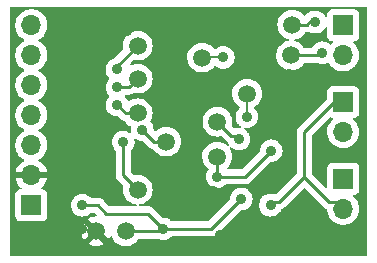
<source format=gbr>
%TF.GenerationSoftware,KiCad,Pcbnew,(6.0.7)*%
%TF.CreationDate,2023-01-30T20:46:25-05:00*%
%TF.ProjectId,SPItoCAN,53504974-6f43-4414-9e2e-6b696361645f,rev?*%
%TF.SameCoordinates,Original*%
%TF.FileFunction,Copper,L2,Bot*%
%TF.FilePolarity,Positive*%
%FSLAX46Y46*%
G04 Gerber Fmt 4.6, Leading zero omitted, Abs format (unit mm)*
G04 Created by KiCad (PCBNEW (6.0.7)) date 2023-01-30 20:46:25*
%MOMM*%
%LPD*%
G01*
G04 APERTURE LIST*
%TA.AperFunction,ComponentPad*%
%ADD10R,1.700000X1.700000*%
%TD*%
%TA.AperFunction,ComponentPad*%
%ADD11O,1.700000X1.700000*%
%TD*%
%TA.AperFunction,SMDPad,CuDef*%
%ADD12C,1.500000*%
%TD*%
%TA.AperFunction,ViaPad*%
%ADD13C,0.900000*%
%TD*%
%TA.AperFunction,Conductor*%
%ADD14C,0.250000*%
%TD*%
%TA.AperFunction,Conductor*%
%ADD15C,0.200000*%
%TD*%
G04 APERTURE END LIST*
D10*
%TO.P,J1,1,Pin_1*%
%TO.N,Net-(J1-Pad1)*%
X41404000Y-28039400D03*
D11*
%TO.P,J1,2,Pin_2*%
%TO.N,/CANL*%
X41404000Y-30579400D03*
%TD*%
D10*
%TO.P,J4,1,1*%
%TO.N,VCC*%
X15004000Y-30279400D03*
D11*
%TO.P,J4,2,2*%
%TO.N,GND*%
X15004000Y-27739400D03*
%TO.P,J4,3,3*%
%TO.N,/CS*%
X15004000Y-25199400D03*
%TO.P,J4,4,4*%
%TO.N,/SO*%
X15004000Y-22659400D03*
%TO.P,J4,5,5*%
%TO.N,/SI*%
X15004000Y-20119400D03*
%TO.P,J4,6,6*%
%TO.N,/SCK*%
X15004000Y-17579400D03*
%TO.P,J4,7,7*%
%TO.N,/INT*%
X15004000Y-15039400D03*
%TD*%
%TO.P,J2,2,Pin_2*%
%TO.N,/CANL*%
X41404000Y-17579400D03*
D10*
%TO.P,J2,1,Pin_1*%
%TO.N,/CANH*%
X41404000Y-15039400D03*
%TD*%
%TO.P,J3,1,Pin_1*%
%TO.N,/CANL*%
X41404000Y-21539400D03*
D11*
%TO.P,J3,2,Pin_2*%
%TO.N,/CANH*%
X41404000Y-24079400D03*
%TD*%
D12*
%TO.P,CANL,1*%
%TO.N,/CANL*%
X37000000Y-17600000D03*
%TD*%
%TO.P,SCK,1*%
%TO.N,/SCK*%
X24000000Y-19558000D03*
%TD*%
%TO.P,TXCAN,1*%
%TO.N,/TXCAN*%
X30734000Y-26162000D03*
%TD*%
%TO.P,VCC,1*%
%TO.N,VCC*%
X23000000Y-32500000D03*
%TD*%
%TO.P,OSC+,1*%
%TO.N,/OSC+*%
X29464000Y-17780000D03*
%TD*%
%TO.P,CS,1*%
%TO.N,/CS*%
X24000000Y-28956000D03*
%TD*%
%TO.P,SO,1*%
%TO.N,/SO*%
X26416000Y-24892000D03*
%TD*%
%TO.P,SI,1*%
%TO.N,/SI*%
X24000000Y-22500000D03*
%TD*%
%TO.P,OSC-,1*%
%TO.N,/OSC-*%
X33274000Y-20828000D03*
%TD*%
%TO.P,CANH,1*%
%TO.N,/CANH*%
X37100000Y-15000000D03*
%TD*%
%TO.P,RXCAN,1*%
%TO.N,/RXCAN*%
X30759400Y-23215600D03*
%TD*%
%TO.P,INT,1*%
%TO.N,/INT*%
X24000000Y-16764000D03*
%TD*%
%TO.P,GND,1*%
%TO.N,GND*%
X20500000Y-32500000D03*
%TD*%
D13*
%TO.N,GND*%
X26924000Y-19329400D03*
X18554000Y-26679400D03*
X30988000Y-32766000D03*
X20574000Y-15519400D03*
X26924000Y-27432000D03*
X41054000Y-33179400D03*
X36854000Y-19179400D03*
X14224000Y-33299400D03*
X25654000Y-15519400D03*
X30354000Y-29079400D03*
X37084000Y-21869400D03*
X19254000Y-32279400D03*
X26924000Y-21869400D03*
X18034000Y-28219400D03*
X34036000Y-17780000D03*
X18034000Y-15519400D03*
X16510000Y-32258000D03*
X27686000Y-16510000D03*
X35306000Y-24155400D03*
X37338000Y-33020000D03*
X30734000Y-15519400D03*
X23114000Y-15519400D03*
%TO.N,VCC*%
X26162000Y-32283400D03*
X19304000Y-30279400D03*
X32773000Y-29750400D03*
%TO.N,/CS*%
X22777272Y-24933273D03*
%TO.N,/SI*%
X22254000Y-21779400D03*
%TO.N,/SO*%
X24384000Y-23876000D03*
%TO.N,/SCK*%
X22254000Y-20279400D03*
%TO.N,/INT*%
X22254000Y-18779400D03*
%TO.N,/TXCAN*%
X30754000Y-27879400D03*
X35306000Y-25679400D03*
%TO.N,/RXCAN*%
X32554000Y-24679400D03*
%TO.N,/CANL*%
X35254000Y-30279400D03*
X39624000Y-17379400D03*
%TO.N,/CANH*%
X39054000Y-14779400D03*
%TO.N,/OSC-*%
X33254000Y-22779400D03*
%TO.N,/OSC+*%
X31244000Y-17769400D03*
%TD*%
D14*
%TO.N,VCC*%
X24866600Y-30988000D02*
X21336000Y-30988000D01*
X21336000Y-30988000D02*
X20627400Y-30279400D01*
X23000000Y-32500000D02*
X25945400Y-32500000D01*
X26162000Y-32283400D02*
X30240000Y-32283400D01*
X25945400Y-32500000D02*
X26162000Y-32283400D01*
X20627400Y-30279400D02*
X19304000Y-30279400D01*
X26162000Y-32283400D02*
X24866600Y-30988000D01*
X30240000Y-32283400D02*
X32773000Y-29750400D01*
%TO.N,/CS*%
X22777272Y-27733272D02*
X24000000Y-28956000D01*
X22777272Y-24933273D02*
X22777272Y-27733272D01*
%TO.N,/SI*%
X22974600Y-22500000D02*
X22254000Y-21779400D01*
X24000000Y-22500000D02*
X22974600Y-22500000D01*
%TO.N,/SO*%
X26416000Y-24892000D02*
X25400000Y-24892000D01*
X25400000Y-24892000D02*
X24384000Y-23876000D01*
%TO.N,/SCK*%
X22254000Y-20279400D02*
X23278600Y-20279400D01*
X23278600Y-20279400D02*
X24000000Y-19558000D01*
%TO.N,/INT*%
X24000000Y-16764000D02*
X22254000Y-18510000D01*
X22254000Y-18510000D02*
X22254000Y-18779400D01*
%TO.N,/TXCAN*%
X35306000Y-25679400D02*
X33106000Y-27879400D01*
X33106000Y-27879400D02*
X30754000Y-27879400D01*
X30754000Y-26182000D02*
X30734000Y-26162000D01*
X30754000Y-27879400D02*
X30754000Y-26182000D01*
%TO.N,/RXCAN*%
X31943800Y-24400000D02*
X30759400Y-23215600D01*
X32300000Y-24400000D02*
X31943800Y-24400000D01*
%TO.N,/CANL*%
X38100000Y-27878750D02*
X40236250Y-30015000D01*
X39403400Y-17600000D02*
X39624000Y-17379400D01*
X35978750Y-30000000D02*
X35000000Y-30000000D01*
X38100000Y-27878750D02*
X35978750Y-30000000D01*
X35000000Y-30000000D02*
X35015000Y-30015000D01*
X37000000Y-17600000D02*
X39403400Y-17600000D01*
X38100000Y-24125000D02*
X38100000Y-27878750D01*
X41000000Y-21225000D02*
X38100000Y-24125000D01*
X40236250Y-30015000D02*
X41000000Y-30015000D01*
%TO.N,/CANH*%
X38300000Y-15000000D02*
X37100000Y-15000000D01*
X38800000Y-14500000D02*
X38300000Y-15000000D01*
D15*
%TO.N,/OSC-*%
X33254000Y-20848000D02*
X33274000Y-20828000D01*
X33254000Y-22779400D02*
X33254000Y-20848000D01*
%TO.N,/OSC+*%
X31244000Y-17769400D02*
X29474600Y-17769400D01*
X29474600Y-17769400D02*
X29464000Y-17780000D01*
%TD*%
%TA.AperFunction,Conductor*%
%TO.N,GND*%
G36*
X43407066Y-13525813D02*
G01*
X43432376Y-13569650D01*
X43433500Y-13582500D01*
X43433500Y-34469500D01*
X43416187Y-34517066D01*
X43372350Y-34542376D01*
X43359500Y-34543500D01*
X13282500Y-34543500D01*
X13234934Y-34526187D01*
X13209624Y-34482350D01*
X13208500Y-34469500D01*
X13208500Y-33551612D01*
X19812743Y-33551612D01*
X19813700Y-33555182D01*
X19865949Y-33591767D01*
X19871525Y-33594987D01*
X20065174Y-33685287D01*
X20071208Y-33687483D01*
X20277602Y-33742786D01*
X20283931Y-33743901D01*
X20496777Y-33762523D01*
X20503223Y-33762523D01*
X20716069Y-33743901D01*
X20722398Y-33742786D01*
X20928792Y-33687483D01*
X20934826Y-33685287D01*
X21128475Y-33594987D01*
X21134051Y-33591767D01*
X21181299Y-33558683D01*
X21187400Y-33549970D01*
X21187078Y-33546289D01*
X20509226Y-32868436D01*
X20499587Y-32863941D01*
X20493688Y-32865522D01*
X19817238Y-33541973D01*
X19812743Y-33551612D01*
X13208500Y-33551612D01*
X13208500Y-32503223D01*
X19237477Y-32503223D01*
X19256099Y-32716069D01*
X19257214Y-32722398D01*
X19312517Y-32928792D01*
X19314713Y-32934826D01*
X19405015Y-33128476D01*
X19408231Y-33134047D01*
X19441317Y-33181299D01*
X19450031Y-33187401D01*
X19453710Y-33187079D01*
X20131564Y-32509226D01*
X20136059Y-32499587D01*
X20134478Y-32493688D01*
X19458027Y-31817238D01*
X19448388Y-31812743D01*
X19444818Y-31813700D01*
X19408231Y-31865953D01*
X19405015Y-31871524D01*
X19314713Y-32065174D01*
X19312517Y-32071208D01*
X19257214Y-32277602D01*
X19256099Y-32283931D01*
X19237477Y-32496777D01*
X19237477Y-32503223D01*
X13208500Y-32503223D01*
X13208500Y-31177534D01*
X13645500Y-31177534D01*
X13652255Y-31239716D01*
X13653884Y-31244060D01*
X13653884Y-31244062D01*
X13682601Y-31320663D01*
X13703385Y-31376105D01*
X13790739Y-31492661D01*
X13907295Y-31580015D01*
X13912231Y-31581866D01*
X13912234Y-31581867D01*
X14039338Y-31629516D01*
X14039340Y-31629516D01*
X14043684Y-31631145D01*
X14081420Y-31635244D01*
X14103867Y-31637683D01*
X14103870Y-31637683D01*
X14105866Y-31637900D01*
X15902134Y-31637900D01*
X15904130Y-31637683D01*
X15904133Y-31637683D01*
X15926580Y-31635244D01*
X15964316Y-31631145D01*
X15968660Y-31629516D01*
X15968662Y-31629516D01*
X16095766Y-31581867D01*
X16095769Y-31581866D01*
X16100705Y-31580015D01*
X16217261Y-31492661D01*
X16304615Y-31376105D01*
X16325400Y-31320663D01*
X16354116Y-31244062D01*
X16354116Y-31244060D01*
X16355745Y-31239716D01*
X16362500Y-31177534D01*
X16362500Y-30265952D01*
X18340956Y-30265952D01*
X18341259Y-30269561D01*
X18341259Y-30269563D01*
X18351637Y-30393146D01*
X18356685Y-30453265D01*
X18408497Y-30633955D01*
X18410149Y-30637169D01*
X18410150Y-30637172D01*
X18449288Y-30713327D01*
X18494418Y-30801140D01*
X18520926Y-30834584D01*
X18608927Y-30945614D01*
X18608930Y-30945618D01*
X18611177Y-30948452D01*
X18613931Y-30950795D01*
X18613933Y-30950798D01*
X18673041Y-31001102D01*
X18754324Y-31070280D01*
X18773883Y-31081211D01*
X18915250Y-31160219D01*
X18915254Y-31160221D01*
X18918409Y-31161984D01*
X19097180Y-31220070D01*
X19154726Y-31226932D01*
X19280230Y-31241898D01*
X19280233Y-31241898D01*
X19283830Y-31242327D01*
X19377727Y-31235102D01*
X19467636Y-31228184D01*
X19467637Y-31228184D01*
X19471247Y-31227906D01*
X19583335Y-31196610D01*
X19648813Y-31178328D01*
X19648814Y-31178328D01*
X19652294Y-31177356D01*
X19680512Y-31163102D01*
X19816841Y-31094238D01*
X19816844Y-31094236D01*
X19820075Y-31092604D01*
X19968199Y-30976877D01*
X20001285Y-30938547D01*
X20045470Y-30913852D01*
X20057302Y-30912900D01*
X20334344Y-30912900D01*
X20381910Y-30930213D01*
X20386670Y-30934574D01*
X20563675Y-31111580D01*
X20585067Y-31157457D01*
X20571966Y-31206351D01*
X20530501Y-31235385D01*
X20504894Y-31237624D01*
X20503215Y-31237477D01*
X20496777Y-31237477D01*
X20283931Y-31256099D01*
X20277602Y-31257214D01*
X20071208Y-31312517D01*
X20065174Y-31314713D01*
X19871524Y-31405015D01*
X19865953Y-31408231D01*
X19818701Y-31441317D01*
X19812599Y-31450031D01*
X19812921Y-31453710D01*
X20500000Y-32140790D01*
X21541973Y-33182762D01*
X21551612Y-33187257D01*
X21555182Y-33186300D01*
X21591769Y-33134047D01*
X21594985Y-33128476D01*
X21682658Y-32940464D01*
X21718452Y-32904671D01*
X21768878Y-32900260D01*
X21810342Y-32929294D01*
X21816792Y-32940465D01*
X21904576Y-33128721D01*
X21904580Y-33128728D01*
X21905944Y-33131653D01*
X21907797Y-33134300D01*
X21907798Y-33134301D01*
X22030395Y-33309388D01*
X22032251Y-33312038D01*
X22187962Y-33467749D01*
X22368346Y-33594056D01*
X22567924Y-33687120D01*
X22674276Y-33715617D01*
X22777501Y-33743277D01*
X22777503Y-33743277D01*
X22780629Y-33744115D01*
X23000000Y-33763307D01*
X23219371Y-33744115D01*
X23222497Y-33743277D01*
X23222499Y-33743277D01*
X23325724Y-33715617D01*
X23432076Y-33687120D01*
X23631654Y-33594056D01*
X23812038Y-33467749D01*
X23967749Y-33312038D01*
X24069235Y-33167102D01*
X24070668Y-33165055D01*
X24112133Y-33136021D01*
X24131285Y-33133500D01*
X25699010Y-33133500D01*
X25735111Y-33142904D01*
X25773246Y-33164217D01*
X25773252Y-33164220D01*
X25776409Y-33165984D01*
X25955180Y-33224070D01*
X26012726Y-33230932D01*
X26138230Y-33245898D01*
X26138233Y-33245898D01*
X26141830Y-33246327D01*
X26203825Y-33241557D01*
X26325636Y-33232184D01*
X26325637Y-33232184D01*
X26329247Y-33231906D01*
X26488644Y-33187401D01*
X26506813Y-33182328D01*
X26506814Y-33182328D01*
X26510294Y-33181356D01*
X26538512Y-33167102D01*
X26674841Y-33098238D01*
X26674844Y-33098236D01*
X26678075Y-33096604D01*
X26826199Y-32980877D01*
X26859285Y-32942547D01*
X26903470Y-32917852D01*
X26915302Y-32916900D01*
X30161887Y-32916900D01*
X30170706Y-32917874D01*
X30170727Y-32917648D01*
X30175366Y-32918086D01*
X30179909Y-32919102D01*
X30184563Y-32918956D01*
X30184566Y-32918956D01*
X30248781Y-32916937D01*
X30251106Y-32916900D01*
X30279856Y-32916900D01*
X30282153Y-32916610D01*
X30282167Y-32916609D01*
X30286305Y-32916086D01*
X30293252Y-32915539D01*
X30339889Y-32914073D01*
X30346624Y-32912116D01*
X30363273Y-32907280D01*
X30374641Y-32904926D01*
X30394177Y-32902458D01*
X30394180Y-32902457D01*
X30398797Y-32901874D01*
X30442189Y-32884694D01*
X30448780Y-32882437D01*
X30489120Y-32870718D01*
X30489124Y-32870716D01*
X30493593Y-32869418D01*
X30514557Y-32857020D01*
X30524978Y-32851915D01*
X30543289Y-32844666D01*
X30543292Y-32844664D01*
X30547617Y-32842952D01*
X30585374Y-32815520D01*
X30591200Y-32811694D01*
X30627353Y-32790313D01*
X30631362Y-32787942D01*
X30648581Y-32770723D01*
X30657411Y-32763182D01*
X30677107Y-32748872D01*
X30680073Y-32745287D01*
X30680076Y-32745284D01*
X30706850Y-32712919D01*
X30711542Y-32707762D01*
X32685561Y-30733743D01*
X32731437Y-30712351D01*
X32746650Y-30712590D01*
X32749231Y-30712898D01*
X32749233Y-30712898D01*
X32752830Y-30713327D01*
X32817707Y-30708335D01*
X32936636Y-30699184D01*
X32936637Y-30699184D01*
X32940247Y-30698906D01*
X33121294Y-30648356D01*
X33156691Y-30630476D01*
X33285841Y-30565238D01*
X33285844Y-30565236D01*
X33289075Y-30563604D01*
X33437199Y-30447877D01*
X33560023Y-30305584D01*
X33561806Y-30302445D01*
X33561809Y-30302441D01*
X33582537Y-30265952D01*
X34290956Y-30265952D01*
X34291259Y-30269561D01*
X34291259Y-30269563D01*
X34301637Y-30393146D01*
X34306685Y-30453265D01*
X34358497Y-30633955D01*
X34360149Y-30637169D01*
X34360150Y-30637172D01*
X34399288Y-30713327D01*
X34444418Y-30801140D01*
X34470926Y-30834584D01*
X34558927Y-30945614D01*
X34558930Y-30945618D01*
X34561177Y-30948452D01*
X34563931Y-30950795D01*
X34563933Y-30950798D01*
X34623041Y-31001102D01*
X34704324Y-31070280D01*
X34723883Y-31081211D01*
X34865250Y-31160219D01*
X34865254Y-31160221D01*
X34868409Y-31161984D01*
X35047180Y-31220070D01*
X35104726Y-31226932D01*
X35230230Y-31241898D01*
X35230233Y-31241898D01*
X35233830Y-31242327D01*
X35327727Y-31235102D01*
X35417636Y-31228184D01*
X35417637Y-31228184D01*
X35421247Y-31227906D01*
X35533335Y-31196610D01*
X35598813Y-31178328D01*
X35598814Y-31178328D01*
X35602294Y-31177356D01*
X35630512Y-31163102D01*
X35766841Y-31094238D01*
X35766844Y-31094236D01*
X35770075Y-31092604D01*
X35918199Y-30976877D01*
X36041023Y-30834584D01*
X36042806Y-30831445D01*
X36042809Y-30831441D01*
X36098309Y-30733743D01*
X36133870Y-30671144D01*
X36142419Y-30645445D01*
X36173861Y-30605775D01*
X36191991Y-30597741D01*
X36200473Y-30595277D01*
X36232343Y-30586018D01*
X36253307Y-30573620D01*
X36263728Y-30568515D01*
X36282039Y-30561266D01*
X36282042Y-30561264D01*
X36286367Y-30559552D01*
X36324124Y-30532120D01*
X36329950Y-30528294D01*
X36366103Y-30506913D01*
X36370112Y-30504542D01*
X36387331Y-30487323D01*
X36396161Y-30479782D01*
X36403289Y-30474603D01*
X36415857Y-30465472D01*
X36418823Y-30461887D01*
X36418826Y-30461884D01*
X36445600Y-30429519D01*
X36450292Y-30424362D01*
X38047674Y-28826980D01*
X38093550Y-28805588D01*
X38142445Y-28818689D01*
X38152326Y-28826980D01*
X38944014Y-29618669D01*
X39733068Y-30407723D01*
X39738613Y-30414645D01*
X39738788Y-30414500D01*
X39741755Y-30418086D01*
X39744250Y-30422018D01*
X39784359Y-30459683D01*
X39794476Y-30469183D01*
X39796146Y-30470801D01*
X39816480Y-30491135D01*
X39818311Y-30492555D01*
X39818313Y-30492557D01*
X39821617Y-30495120D01*
X39826917Y-30499647D01*
X39857423Y-30528294D01*
X39860929Y-30531586D01*
X39882267Y-30543317D01*
X39891968Y-30549690D01*
X39911209Y-30564614D01*
X39915478Y-30566461D01*
X39915479Y-30566462D01*
X39925178Y-30570659D01*
X39954043Y-30583150D01*
X39960287Y-30586209D01*
X40001190Y-30608695D01*
X40002760Y-30609098D01*
X40039781Y-30641968D01*
X40048563Y-30672903D01*
X40050006Y-30697932D01*
X40052071Y-30733743D01*
X40054110Y-30769115D01*
X40054774Y-30772062D01*
X40054775Y-30772068D01*
X40086514Y-30912900D01*
X40103222Y-30987039D01*
X40104364Y-30989851D01*
X40173543Y-31160219D01*
X40187266Y-31194016D01*
X40225994Y-31257214D01*
X40301437Y-31380326D01*
X40303987Y-31384488D01*
X40305975Y-31386784D01*
X40305978Y-31386787D01*
X40373761Y-31465037D01*
X40450250Y-31553338D01*
X40622126Y-31696032D01*
X40624744Y-31697562D01*
X40624750Y-31697566D01*
X40812374Y-31807204D01*
X40812379Y-31807206D01*
X40815000Y-31808738D01*
X40817839Y-31809822D01*
X41020847Y-31887344D01*
X41020851Y-31887345D01*
X41023692Y-31888430D01*
X41026676Y-31889037D01*
X41026679Y-31889038D01*
X41127052Y-31909459D01*
X41242597Y-31932967D01*
X41328174Y-31936105D01*
X41462797Y-31941042D01*
X41462803Y-31941042D01*
X41465837Y-31941153D01*
X41468849Y-31940767D01*
X41468853Y-31940767D01*
X41580485Y-31926466D01*
X41687416Y-31912768D01*
X41824882Y-31871526D01*
X41898479Y-31849446D01*
X41898484Y-31849444D01*
X41901384Y-31848574D01*
X42101994Y-31750296D01*
X42283860Y-31620573D01*
X42286012Y-31618429D01*
X42439941Y-31465037D01*
X42439944Y-31465034D01*
X42442096Y-31462889D01*
X42572453Y-31281477D01*
X42573798Y-31278756D01*
X42670082Y-31083939D01*
X42670083Y-31083936D01*
X42671430Y-31081211D01*
X42674215Y-31072047D01*
X42735488Y-30870372D01*
X42736370Y-30867469D01*
X42749319Y-30769115D01*
X42765272Y-30647944D01*
X42765272Y-30647939D01*
X42765529Y-30645990D01*
X42767156Y-30579400D01*
X42766681Y-30573625D01*
X42749101Y-30359786D01*
X42749100Y-30359782D01*
X42748852Y-30356761D01*
X42747282Y-30350508D01*
X42695169Y-30143040D01*
X42694431Y-30140102D01*
X42619259Y-29967219D01*
X42606564Y-29938022D01*
X42606562Y-29938019D01*
X42605354Y-29935240D01*
X42484014Y-29747677D01*
X42409230Y-29665490D01*
X42335713Y-29584696D01*
X42335712Y-29584695D01*
X42333670Y-29582451D01*
X42266382Y-29529310D01*
X42239783Y-29486243D01*
X42247091Y-29436154D01*
X42284885Y-29402481D01*
X42304254Y-29397670D01*
X42335620Y-29394262D01*
X42364316Y-29391145D01*
X42368660Y-29389516D01*
X42368662Y-29389516D01*
X42495766Y-29341867D01*
X42495769Y-29341866D01*
X42500705Y-29340015D01*
X42617261Y-29252661D01*
X42704615Y-29136105D01*
X42727694Y-29074544D01*
X42754116Y-29004062D01*
X42754116Y-29004060D01*
X42755745Y-28999716D01*
X42761499Y-28946747D01*
X42762283Y-28939533D01*
X42762283Y-28939530D01*
X42762500Y-28937534D01*
X42762500Y-27141266D01*
X42761809Y-27134900D01*
X42756246Y-27083698D01*
X42755745Y-27079084D01*
X42750020Y-27063813D01*
X42706467Y-26947634D01*
X42706466Y-26947631D01*
X42704615Y-26942695D01*
X42617261Y-26826139D01*
X42500705Y-26738785D01*
X42495769Y-26736934D01*
X42495766Y-26736933D01*
X42368662Y-26689284D01*
X42368660Y-26689284D01*
X42364316Y-26687655D01*
X42326580Y-26683556D01*
X42304133Y-26681117D01*
X42304130Y-26681117D01*
X42302134Y-26680900D01*
X40505866Y-26680900D01*
X40503870Y-26681117D01*
X40503867Y-26681117D01*
X40481420Y-26683556D01*
X40443684Y-26687655D01*
X40439340Y-26689284D01*
X40439338Y-26689284D01*
X40312234Y-26736933D01*
X40312231Y-26736934D01*
X40307295Y-26738785D01*
X40190739Y-26826139D01*
X40103385Y-26942695D01*
X40101534Y-26947631D01*
X40101533Y-26947634D01*
X40057980Y-27063813D01*
X40052255Y-27079084D01*
X40051754Y-27083698D01*
X40046192Y-27134900D01*
X40045500Y-27141266D01*
X40045500Y-28749694D01*
X40028187Y-28797260D01*
X39984350Y-28822570D01*
X39934500Y-28813780D01*
X39919174Y-28802020D01*
X39360909Y-28243754D01*
X38755174Y-27638019D01*
X38733782Y-27592142D01*
X38733500Y-27585693D01*
X38733500Y-24418056D01*
X38750813Y-24370490D01*
X38755174Y-24365730D01*
X40254400Y-22866504D01*
X40300276Y-22845112D01*
X40332699Y-22849539D01*
X40443684Y-22891145D01*
X40481978Y-22895305D01*
X40502201Y-22897502D01*
X40547619Y-22919850D01*
X40568046Y-22966165D01*
X40553924Y-23014774D01*
X40538640Y-23030246D01*
X40498965Y-23060035D01*
X40496868Y-23062229D01*
X40496865Y-23062232D01*
X40346725Y-23219344D01*
X40346721Y-23219348D01*
X40344629Y-23221538D01*
X40218743Y-23406080D01*
X40124688Y-23608705D01*
X40064989Y-23823970D01*
X40064666Y-23826989D01*
X40064666Y-23826991D01*
X40056774Y-23900837D01*
X40041251Y-24046095D01*
X40054110Y-24269115D01*
X40054774Y-24272062D01*
X40054775Y-24272068D01*
X40084220Y-24402720D01*
X40103222Y-24487039D01*
X40104364Y-24489851D01*
X40178582Y-24672629D01*
X40187266Y-24694016D01*
X40229564Y-24763040D01*
X40301802Y-24880922D01*
X40303987Y-24884488D01*
X40305975Y-24886784D01*
X40305978Y-24886787D01*
X40402690Y-24998433D01*
X40450250Y-25053338D01*
X40622126Y-25196032D01*
X40624744Y-25197562D01*
X40624750Y-25197566D01*
X40812374Y-25307204D01*
X40812379Y-25307206D01*
X40815000Y-25308738D01*
X40817839Y-25309822D01*
X41020847Y-25387344D01*
X41020851Y-25387345D01*
X41023692Y-25388430D01*
X41026676Y-25389037D01*
X41026679Y-25389038D01*
X41107087Y-25405397D01*
X41242597Y-25432967D01*
X41328174Y-25436105D01*
X41462797Y-25441042D01*
X41462803Y-25441042D01*
X41465837Y-25441153D01*
X41468849Y-25440767D01*
X41468853Y-25440767D01*
X41606598Y-25423121D01*
X41687416Y-25412768D01*
X41794740Y-25380569D01*
X41898479Y-25349446D01*
X41898484Y-25349444D01*
X41901384Y-25348574D01*
X42101994Y-25250296D01*
X42283860Y-25120573D01*
X42286012Y-25118429D01*
X42439941Y-24965037D01*
X42439944Y-24965034D01*
X42442096Y-24962889D01*
X42572453Y-24781477D01*
X42583215Y-24759702D01*
X42670082Y-24583939D01*
X42670083Y-24583936D01*
X42671430Y-24581211D01*
X42678476Y-24558022D01*
X42735488Y-24370372D01*
X42736370Y-24367469D01*
X42743802Y-24311021D01*
X42765272Y-24147944D01*
X42765272Y-24147939D01*
X42765529Y-24145990D01*
X42767156Y-24079400D01*
X42765738Y-24062154D01*
X42749101Y-23859786D01*
X42749100Y-23859782D01*
X42748852Y-23856761D01*
X42745729Y-23844325D01*
X42695169Y-23643040D01*
X42694431Y-23640102D01*
X42690533Y-23631138D01*
X42606564Y-23438022D01*
X42606562Y-23438019D01*
X42605354Y-23435240D01*
X42484014Y-23247677D01*
X42414374Y-23171144D01*
X42335713Y-23084696D01*
X42335712Y-23084695D01*
X42333670Y-23082451D01*
X42308069Y-23062232D01*
X42266382Y-23029310D01*
X42239783Y-22986243D01*
X42247091Y-22936154D01*
X42284885Y-22902481D01*
X42304254Y-22897670D01*
X42335620Y-22894262D01*
X42364316Y-22891145D01*
X42368660Y-22889516D01*
X42368662Y-22889516D01*
X42495766Y-22841867D01*
X42495769Y-22841866D01*
X42500705Y-22840015D01*
X42617261Y-22752661D01*
X42704615Y-22636105D01*
X42709501Y-22623074D01*
X42754116Y-22504062D01*
X42754116Y-22504060D01*
X42755745Y-22499716D01*
X42761622Y-22445614D01*
X42762283Y-22439533D01*
X42762283Y-22439530D01*
X42762500Y-22437534D01*
X42762500Y-20641266D01*
X42755745Y-20579084D01*
X42754116Y-20574738D01*
X42706467Y-20447634D01*
X42706466Y-20447631D01*
X42704615Y-20442695D01*
X42617261Y-20326139D01*
X42500705Y-20238785D01*
X42495769Y-20236934D01*
X42495766Y-20236933D01*
X42368662Y-20189284D01*
X42368660Y-20189284D01*
X42364316Y-20187655D01*
X42326580Y-20183556D01*
X42304133Y-20181117D01*
X42304130Y-20181117D01*
X42302134Y-20180900D01*
X40505866Y-20180900D01*
X40503870Y-20181117D01*
X40503867Y-20181117D01*
X40481420Y-20183556D01*
X40443684Y-20187655D01*
X40439340Y-20189284D01*
X40439338Y-20189284D01*
X40312234Y-20236933D01*
X40312231Y-20236934D01*
X40307295Y-20238785D01*
X40190739Y-20326139D01*
X40103385Y-20442695D01*
X40101534Y-20447631D01*
X40101533Y-20447634D01*
X40053884Y-20574738D01*
X40052255Y-20579084D01*
X40045500Y-20641266D01*
X40045500Y-21252943D01*
X40028187Y-21300509D01*
X40023826Y-21305269D01*
X37707277Y-23621818D01*
X37700355Y-23627363D01*
X37700500Y-23627538D01*
X37696914Y-23630505D01*
X37692982Y-23633000D01*
X37679004Y-23647885D01*
X37645817Y-23683226D01*
X37644199Y-23684896D01*
X37623865Y-23705230D01*
X37622445Y-23707061D01*
X37622443Y-23707063D01*
X37619880Y-23710367D01*
X37615353Y-23715667D01*
X37603860Y-23727906D01*
X37583414Y-23749679D01*
X37575822Y-23763489D01*
X37571683Y-23771017D01*
X37565310Y-23780718D01*
X37550386Y-23799959D01*
X37539996Y-23823970D01*
X37531852Y-23842789D01*
X37528791Y-23849037D01*
X37506305Y-23889940D01*
X37502980Y-23902892D01*
X37500250Y-23913523D01*
X37496489Y-23924508D01*
X37486819Y-23946855D01*
X37480076Y-23989429D01*
X37479518Y-23992949D01*
X37478105Y-23999768D01*
X37466500Y-24044970D01*
X37466500Y-24069318D01*
X37465589Y-24080894D01*
X37461780Y-24104943D01*
X37464113Y-24129620D01*
X37466172Y-24151405D01*
X37466500Y-24158369D01*
X37466500Y-27585694D01*
X37449187Y-27633260D01*
X37444826Y-27638020D01*
X35738019Y-29344826D01*
X35692143Y-29366218D01*
X35685693Y-29366500D01*
X35557601Y-29366500D01*
X35535718Y-29363191D01*
X35447666Y-29335934D01*
X35260724Y-29316285D01*
X35073526Y-29333322D01*
X34972039Y-29363191D01*
X34966997Y-29364675D01*
X34955381Y-29367102D01*
X34931646Y-29370100D01*
X34929353Y-29370354D01*
X34860708Y-29376843D01*
X34856326Y-29378420D01*
X34851787Y-29379435D01*
X34851738Y-29379214D01*
X34850275Y-29379565D01*
X34850331Y-29379784D01*
X34845820Y-29380943D01*
X34841203Y-29381526D01*
X34777111Y-29406902D01*
X34774969Y-29407711D01*
X34710111Y-29431061D01*
X34706261Y-29433677D01*
X34702110Y-29435792D01*
X34702007Y-29435590D01*
X34700682Y-29436291D01*
X34700792Y-29436491D01*
X34696713Y-29438733D01*
X34692383Y-29440448D01*
X34636599Y-29480978D01*
X34634753Y-29482275D01*
X34577729Y-29521028D01*
X34574651Y-29524519D01*
X34571156Y-29527600D01*
X34571006Y-29527430D01*
X34569895Y-29528441D01*
X34570051Y-29528607D01*
X34566661Y-29531790D01*
X34562893Y-29534528D01*
X34539069Y-29563326D01*
X34518956Y-29587638D01*
X34517446Y-29589405D01*
X34491647Y-29618669D01*
X34471880Y-29641090D01*
X34469765Y-29645242D01*
X34467150Y-29649090D01*
X34466961Y-29648961D01*
X34466138Y-29650214D01*
X34466331Y-29650336D01*
X34463836Y-29654268D01*
X34460867Y-29657856D01*
X34458883Y-29662071D01*
X34458883Y-29662072D01*
X34431528Y-29720204D01*
X34430505Y-29722292D01*
X34401331Y-29779550D01*
X34401330Y-29779554D01*
X34399215Y-29783704D01*
X34398199Y-29788247D01*
X34396622Y-29792628D01*
X34396408Y-29792551D01*
X34395922Y-29793969D01*
X34396138Y-29794039D01*
X34394698Y-29798473D01*
X34392717Y-29802682D01*
X34380029Y-29869195D01*
X34379804Y-29870375D01*
X34379342Y-29872607D01*
X34378589Y-29875977D01*
X34371217Y-29895486D01*
X34368746Y-29899980D01*
X34349648Y-29960185D01*
X34320706Y-30051421D01*
X34311909Y-30079152D01*
X34290956Y-30265952D01*
X33582537Y-30265952D01*
X33616150Y-30206782D01*
X33652870Y-30142144D01*
X33673825Y-30079152D01*
X33711060Y-29967219D01*
X33711061Y-29967216D01*
X33712203Y-29963782D01*
X33735762Y-29777292D01*
X33735860Y-29770325D01*
X33736109Y-29752462D01*
X33736138Y-29750400D01*
X33735174Y-29740562D01*
X33721739Y-29603549D01*
X33717795Y-29563326D01*
X33663465Y-29383377D01*
X33575218Y-29217408D01*
X33456415Y-29071740D01*
X33363776Y-28995102D01*
X33314375Y-28954234D01*
X33314374Y-28954233D01*
X33311580Y-28951922D01*
X33302009Y-28946747D01*
X33149417Y-28864241D01*
X33149412Y-28864239D01*
X33146231Y-28862519D01*
X33142777Y-28861450D01*
X33142775Y-28861449D01*
X33096051Y-28846986D01*
X32966666Y-28806934D01*
X32779724Y-28787285D01*
X32592526Y-28804322D01*
X32580016Y-28808004D01*
X32415673Y-28856372D01*
X32415669Y-28856374D01*
X32412202Y-28857394D01*
X32361078Y-28884121D01*
X32248828Y-28942803D01*
X32248825Y-28942805D01*
X32245621Y-28944480D01*
X32099128Y-29062264D01*
X32096802Y-29065036D01*
X32096800Y-29065038D01*
X32088824Y-29074544D01*
X31978302Y-29206259D01*
X31887746Y-29370980D01*
X31883813Y-29383377D01*
X31834728Y-29538114D01*
X31830909Y-29550152D01*
X31809956Y-29736952D01*
X31813171Y-29775231D01*
X31813325Y-29777066D01*
X31800054Y-29825914D01*
X31791911Y-29835585D01*
X29999269Y-31628226D01*
X29953393Y-31649618D01*
X29946943Y-31649900D01*
X26917384Y-31649900D01*
X26869818Y-31632587D01*
X26860038Y-31622669D01*
X26847707Y-31607549D01*
X26847701Y-31607543D01*
X26845415Y-31604740D01*
X26764274Y-31537614D01*
X26703375Y-31487234D01*
X26703374Y-31487233D01*
X26700580Y-31484922D01*
X26673454Y-31470255D01*
X26538417Y-31397241D01*
X26538412Y-31397239D01*
X26535231Y-31395519D01*
X26531777Y-31394450D01*
X26531775Y-31394449D01*
X26472515Y-31376105D01*
X26355666Y-31339934D01*
X26168724Y-31320285D01*
X26135477Y-31323311D01*
X26086538Y-31310379D01*
X26076446Y-31301941D01*
X25369782Y-30595277D01*
X25364237Y-30588355D01*
X25364062Y-30588500D01*
X25361095Y-30584914D01*
X25358600Y-30580982D01*
X25308374Y-30533817D01*
X25306704Y-30532199D01*
X25286370Y-30511865D01*
X25284537Y-30510443D01*
X25281233Y-30507880D01*
X25275933Y-30503353D01*
X25245317Y-30474603D01*
X25241921Y-30471414D01*
X25220582Y-30459682D01*
X25210882Y-30453310D01*
X25195318Y-30441238D01*
X25191641Y-30438386D01*
X25148807Y-30419850D01*
X25142563Y-30416791D01*
X25101660Y-30394305D01*
X25078076Y-30388250D01*
X25067091Y-30384489D01*
X25049020Y-30376669D01*
X25044745Y-30374819D01*
X25040148Y-30374091D01*
X25040145Y-30374090D01*
X25008467Y-30369073D01*
X24998649Y-30367518D01*
X24991832Y-30366105D01*
X24963861Y-30358924D01*
X24951137Y-30355657D01*
X24951136Y-30355657D01*
X24946630Y-30354500D01*
X24922282Y-30354500D01*
X24910706Y-30353589D01*
X24886657Y-30349780D01*
X24840195Y-30354172D01*
X24833231Y-30354500D01*
X24149614Y-30354500D01*
X24102048Y-30337187D01*
X24076738Y-30293350D01*
X24085528Y-30243500D01*
X24124305Y-30210963D01*
X24143165Y-30206782D01*
X24144097Y-30206700D01*
X24219371Y-30200115D01*
X24222497Y-30199277D01*
X24222499Y-30199277D01*
X24325723Y-30171618D01*
X24432076Y-30143120D01*
X24438549Y-30140102D01*
X24507729Y-30107843D01*
X24631654Y-30050056D01*
X24812038Y-29923749D01*
X24967749Y-29768038D01*
X24972977Y-29760572D01*
X25092202Y-29590301D01*
X25092203Y-29590300D01*
X25094056Y-29587653D01*
X25187120Y-29388076D01*
X25234989Y-29209429D01*
X25243277Y-29178499D01*
X25243277Y-29178497D01*
X25244115Y-29175371D01*
X25263307Y-28956000D01*
X25244115Y-28736629D01*
X25187120Y-28523924D01*
X25094056Y-28324347D01*
X25033016Y-28237172D01*
X24969604Y-28146611D01*
X24969603Y-28146610D01*
X24967749Y-28143962D01*
X24812038Y-27988251D01*
X24631654Y-27861944D01*
X24507729Y-27804157D01*
X24435008Y-27770247D01*
X24435006Y-27770246D01*
X24432076Y-27768880D01*
X24263252Y-27723643D01*
X24222499Y-27712723D01*
X24222497Y-27712723D01*
X24219371Y-27711885D01*
X24000000Y-27692693D01*
X23780629Y-27711885D01*
X23777503Y-27712723D01*
X23777501Y-27712723D01*
X23720286Y-27728054D01*
X23669859Y-27723643D01*
X23648807Y-27708902D01*
X23432446Y-27492541D01*
X23411054Y-27446665D01*
X23410772Y-27440215D01*
X23410772Y-26162000D01*
X29470693Y-26162000D01*
X29489885Y-26381371D01*
X29490723Y-26384497D01*
X29490723Y-26384499D01*
X29496672Y-26406699D01*
X29546880Y-26594076D01*
X29639944Y-26793653D01*
X29641797Y-26796300D01*
X29641798Y-26796301D01*
X29721783Y-26910531D01*
X29766251Y-26974038D01*
X29921962Y-27129749D01*
X29924610Y-27131603D01*
X29924611Y-27131604D01*
X29987954Y-27175957D01*
X30016987Y-27217421D01*
X30012576Y-27267848D01*
X30002196Y-27284140D01*
X29961629Y-27332485D01*
X29961626Y-27332489D01*
X29959302Y-27335259D01*
X29868746Y-27499980D01*
X29867652Y-27503429D01*
X29816716Y-27663999D01*
X29811909Y-27679152D01*
X29811506Y-27682743D01*
X29811506Y-27682744D01*
X29808572Y-27708902D01*
X29790956Y-27865952D01*
X29791259Y-27869561D01*
X29791259Y-27869563D01*
X29802176Y-27999566D01*
X29806685Y-28053265D01*
X29858497Y-28233955D01*
X29860149Y-28237169D01*
X29860150Y-28237172D01*
X29924615Y-28362607D01*
X29944418Y-28401140D01*
X29949613Y-28407694D01*
X30058927Y-28545614D01*
X30058930Y-28545618D01*
X30061177Y-28548452D01*
X30063931Y-28550795D01*
X30063933Y-28550798D01*
X30094576Y-28576877D01*
X30204324Y-28670280D01*
X30207486Y-28672047D01*
X30365250Y-28760219D01*
X30365254Y-28760221D01*
X30368409Y-28761984D01*
X30547180Y-28820070D01*
X30604726Y-28826932D01*
X30730230Y-28841898D01*
X30730233Y-28841898D01*
X30733830Y-28842327D01*
X30839112Y-28834226D01*
X30917636Y-28828184D01*
X30917637Y-28828184D01*
X30921247Y-28827906D01*
X31102294Y-28777356D01*
X31130512Y-28763102D01*
X31266841Y-28694238D01*
X31266844Y-28694236D01*
X31270075Y-28692604D01*
X31418199Y-28576877D01*
X31451285Y-28538547D01*
X31495470Y-28513852D01*
X31507302Y-28512900D01*
X33027887Y-28512900D01*
X33036706Y-28513874D01*
X33036727Y-28513648D01*
X33041366Y-28514086D01*
X33045909Y-28515102D01*
X33050563Y-28514956D01*
X33050566Y-28514956D01*
X33114781Y-28512937D01*
X33117106Y-28512900D01*
X33145856Y-28512900D01*
X33148153Y-28512610D01*
X33148167Y-28512609D01*
X33152305Y-28512086D01*
X33159252Y-28511539D01*
X33205889Y-28510073D01*
X33212624Y-28508116D01*
X33229273Y-28503280D01*
X33240641Y-28500926D01*
X33260177Y-28498458D01*
X33260180Y-28498457D01*
X33264797Y-28497874D01*
X33308189Y-28480694D01*
X33314780Y-28478437D01*
X33355120Y-28466718D01*
X33355124Y-28466716D01*
X33359593Y-28465418D01*
X33380557Y-28453020D01*
X33390978Y-28447915D01*
X33409289Y-28440666D01*
X33409292Y-28440664D01*
X33413617Y-28438952D01*
X33451374Y-28411520D01*
X33457200Y-28407694D01*
X33493353Y-28386313D01*
X33497362Y-28383942D01*
X33514581Y-28366723D01*
X33523411Y-28359182D01*
X33534712Y-28350971D01*
X33543107Y-28344872D01*
X33546073Y-28341287D01*
X33546076Y-28341284D01*
X33572850Y-28308919D01*
X33577542Y-28303762D01*
X35218561Y-26662743D01*
X35264437Y-26641351D01*
X35279650Y-26641590D01*
X35282231Y-26641898D01*
X35282233Y-26641898D01*
X35285830Y-26642327D01*
X35350707Y-26637335D01*
X35469636Y-26628184D01*
X35469637Y-26628184D01*
X35473247Y-26627906D01*
X35654294Y-26577356D01*
X35735712Y-26536229D01*
X35818841Y-26494238D01*
X35818844Y-26494236D01*
X35822075Y-26492604D01*
X35970199Y-26376877D01*
X36093023Y-26234584D01*
X36094806Y-26231445D01*
X36094809Y-26231441D01*
X36149437Y-26135277D01*
X36185870Y-26071144D01*
X36207279Y-26006787D01*
X36244060Y-25896219D01*
X36244061Y-25896216D01*
X36245203Y-25892782D01*
X36268762Y-25706292D01*
X36269138Y-25679400D01*
X36268174Y-25669562D01*
X36254048Y-25525500D01*
X36250795Y-25492326D01*
X36196465Y-25312377D01*
X36134873Y-25196538D01*
X36109917Y-25149603D01*
X36109916Y-25149602D01*
X36108218Y-25146408D01*
X35989415Y-25000740D01*
X35883838Y-24913399D01*
X35847375Y-24883234D01*
X35847374Y-24883233D01*
X35844580Y-24880922D01*
X35832688Y-24874492D01*
X35682417Y-24793241D01*
X35682412Y-24793239D01*
X35679231Y-24791519D01*
X35675777Y-24790450D01*
X35675775Y-24790449D01*
X35629051Y-24775986D01*
X35499666Y-24735934D01*
X35312724Y-24716285D01*
X35125526Y-24733322D01*
X35081774Y-24746199D01*
X34948673Y-24785372D01*
X34948669Y-24785374D01*
X34945202Y-24786394D01*
X34857877Y-24832046D01*
X34781828Y-24871803D01*
X34781825Y-24871805D01*
X34778621Y-24873480D01*
X34632128Y-24991264D01*
X34629802Y-24994036D01*
X34629800Y-24994038D01*
X34621824Y-25003544D01*
X34511302Y-25135259D01*
X34420746Y-25299980D01*
X34411807Y-25328160D01*
X34366163Y-25472047D01*
X34363909Y-25479152D01*
X34342956Y-25665952D01*
X34346171Y-25704231D01*
X34346325Y-25706066D01*
X34333054Y-25754914D01*
X34324911Y-25764585D01*
X33593232Y-26496263D01*
X32865269Y-27224226D01*
X32819392Y-27245618D01*
X32812943Y-27245900D01*
X31608539Y-27245900D01*
X31560973Y-27228587D01*
X31535663Y-27184750D01*
X31544453Y-27134900D01*
X31556213Y-27119574D01*
X31701749Y-26974038D01*
X31746217Y-26910531D01*
X31826202Y-26796301D01*
X31826203Y-26796300D01*
X31828056Y-26793653D01*
X31921120Y-26594076D01*
X31971328Y-26406699D01*
X31977277Y-26384499D01*
X31977277Y-26384497D01*
X31978115Y-26381371D01*
X31997307Y-26162000D01*
X31978115Y-25942629D01*
X31921120Y-25729924D01*
X31828056Y-25530347D01*
X31795345Y-25483631D01*
X31782244Y-25434737D01*
X31803636Y-25388860D01*
X31849512Y-25367468D01*
X31898407Y-25380569D01*
X31903923Y-25384832D01*
X32004324Y-25470280D01*
X32007486Y-25472047D01*
X32165250Y-25560219D01*
X32165254Y-25560221D01*
X32168409Y-25561984D01*
X32347180Y-25620070D01*
X32415225Y-25628184D01*
X32530230Y-25641898D01*
X32530233Y-25641898D01*
X32533830Y-25642327D01*
X32621918Y-25635549D01*
X32717636Y-25628184D01*
X32717637Y-25628184D01*
X32721247Y-25627906D01*
X32902294Y-25577356D01*
X32930512Y-25563102D01*
X33066841Y-25494238D01*
X33066844Y-25494236D01*
X33070075Y-25492604D01*
X33218199Y-25376877D01*
X33341023Y-25234584D01*
X33342806Y-25231445D01*
X33342809Y-25231441D01*
X33395647Y-25138429D01*
X33433870Y-25071144D01*
X33439149Y-25055275D01*
X33492060Y-24896219D01*
X33492061Y-24896216D01*
X33493203Y-24892782D01*
X33516762Y-24706292D01*
X33517138Y-24679400D01*
X33516168Y-24669501D01*
X33502375Y-24528837D01*
X33498795Y-24492326D01*
X33494659Y-24478625D01*
X33471741Y-24402720D01*
X33444465Y-24312377D01*
X33387210Y-24204696D01*
X33357917Y-24149603D01*
X33357916Y-24149602D01*
X33356218Y-24146408D01*
X33275236Y-24047114D01*
X33239702Y-24003544D01*
X33239701Y-24003543D01*
X33237415Y-24000740D01*
X33116653Y-23900837D01*
X33095375Y-23883234D01*
X33095374Y-23883233D01*
X33092580Y-23880922D01*
X33089386Y-23879195D01*
X33065001Y-23866010D01*
X33031393Y-23828158D01*
X33029979Y-23777559D01*
X33061420Y-23737889D01*
X33108958Y-23727437D01*
X33230230Y-23741898D01*
X33230233Y-23741898D01*
X33233830Y-23742327D01*
X33295825Y-23737557D01*
X33417636Y-23728184D01*
X33417637Y-23728184D01*
X33421247Y-23727906D01*
X33580081Y-23683558D01*
X33598813Y-23678328D01*
X33598814Y-23678328D01*
X33602294Y-23677356D01*
X33605521Y-23675726D01*
X33766841Y-23594238D01*
X33766844Y-23594236D01*
X33770075Y-23592604D01*
X33918199Y-23476877D01*
X34041023Y-23334584D01*
X34042806Y-23331445D01*
X34042809Y-23331441D01*
X34105242Y-23221538D01*
X34133870Y-23171144D01*
X34136267Y-23163939D01*
X34192060Y-22996219D01*
X34192061Y-22996216D01*
X34193203Y-22992782D01*
X34216762Y-22806292D01*
X34217138Y-22779400D01*
X34216174Y-22769563D01*
X34205179Y-22657439D01*
X34198795Y-22592326D01*
X34144465Y-22412377D01*
X34083607Y-22297920D01*
X34057917Y-22249603D01*
X34057916Y-22249602D01*
X34056218Y-22246408D01*
X33937415Y-22100740D01*
X33889330Y-22060961D01*
X33863716Y-22017303D01*
X33862500Y-22003944D01*
X33862500Y-21989323D01*
X33879813Y-21941757D01*
X33900435Y-21925919D01*
X33899926Y-21925038D01*
X33902726Y-21923421D01*
X33905654Y-21922056D01*
X34086038Y-21795749D01*
X34241749Y-21640038D01*
X34284382Y-21579152D01*
X34366202Y-21462301D01*
X34366203Y-21462300D01*
X34368056Y-21459653D01*
X34461120Y-21260076D01*
X34505279Y-21095275D01*
X34517277Y-21050499D01*
X34517277Y-21050497D01*
X34518115Y-21047371D01*
X34537307Y-20828000D01*
X34518115Y-20608629D01*
X34461120Y-20395924D01*
X34368056Y-20196347D01*
X34363111Y-20189284D01*
X34243604Y-20018611D01*
X34243603Y-20018610D01*
X34241749Y-20015962D01*
X34086038Y-19860251D01*
X33905654Y-19733944D01*
X33722857Y-19648705D01*
X33709008Y-19642247D01*
X33709006Y-19642246D01*
X33706076Y-19640880D01*
X33531262Y-19594038D01*
X33496499Y-19584723D01*
X33496497Y-19584723D01*
X33493371Y-19583885D01*
X33274000Y-19564693D01*
X33054629Y-19583885D01*
X33051503Y-19584723D01*
X33051501Y-19584723D01*
X33016738Y-19594038D01*
X32841924Y-19640880D01*
X32642347Y-19733944D01*
X32639700Y-19735797D01*
X32639699Y-19735798D01*
X32464611Y-19858396D01*
X32461962Y-19860251D01*
X32306251Y-20015962D01*
X32304397Y-20018610D01*
X32304396Y-20018611D01*
X32184890Y-20189284D01*
X32179944Y-20196347D01*
X32086880Y-20395924D01*
X32029885Y-20608629D01*
X32010693Y-20828000D01*
X32029885Y-21047371D01*
X32030723Y-21050497D01*
X32030723Y-21050499D01*
X32042721Y-21095275D01*
X32086880Y-21260076D01*
X32179944Y-21459653D01*
X32181797Y-21462300D01*
X32181798Y-21462301D01*
X32263618Y-21579152D01*
X32306251Y-21640038D01*
X32461962Y-21795749D01*
X32569824Y-21871275D01*
X32613945Y-21902169D01*
X32642979Y-21943634D01*
X32645500Y-21962786D01*
X32645500Y-22003248D01*
X32628187Y-22050814D01*
X32617869Y-22060919D01*
X32580128Y-22091264D01*
X32577802Y-22094036D01*
X32577800Y-22094038D01*
X32569824Y-22103544D01*
X32459302Y-22235259D01*
X32368746Y-22399980D01*
X32367652Y-22403429D01*
X32314163Y-22572047D01*
X32311909Y-22579152D01*
X32290956Y-22765952D01*
X32291259Y-22769561D01*
X32291259Y-22769563D01*
X32303069Y-22910207D01*
X32306685Y-22953265D01*
X32358497Y-23133955D01*
X32360149Y-23137169D01*
X32360150Y-23137172D01*
X32416942Y-23247677D01*
X32444418Y-23301140D01*
X32502797Y-23374796D01*
X32558927Y-23445614D01*
X32558930Y-23445618D01*
X32561177Y-23448452D01*
X32563931Y-23450795D01*
X32563933Y-23450798D01*
X32623041Y-23501102D01*
X32704324Y-23570280D01*
X32707486Y-23572047D01*
X32744652Y-23592819D01*
X32777727Y-23631138D01*
X32778434Y-23681752D01*
X32746441Y-23720978D01*
X32700816Y-23731010D01*
X32560724Y-23716285D01*
X32373526Y-23733322D01*
X32304090Y-23753758D01*
X32271027Y-23763489D01*
X32250134Y-23766500D01*
X32236856Y-23766500D01*
X32189290Y-23749187D01*
X32184530Y-23744826D01*
X32006498Y-23566793D01*
X31985106Y-23520916D01*
X31987346Y-23495314D01*
X32002677Y-23438099D01*
X32002677Y-23438097D01*
X32003515Y-23434971D01*
X32022707Y-23215600D01*
X32003515Y-22996229D01*
X32002592Y-22992782D01*
X31952621Y-22806292D01*
X31946520Y-22783524D01*
X31853456Y-22583947D01*
X31796933Y-22503223D01*
X31729004Y-22406211D01*
X31729003Y-22406210D01*
X31727149Y-22403562D01*
X31571438Y-22247851D01*
X31391054Y-22121544D01*
X31239372Y-22050814D01*
X31194408Y-22029847D01*
X31194406Y-22029846D01*
X31191476Y-22028480D01*
X31085123Y-21999982D01*
X30981899Y-21972323D01*
X30981897Y-21972323D01*
X30978771Y-21971485D01*
X30759400Y-21952293D01*
X30540029Y-21971485D01*
X30536903Y-21972323D01*
X30536901Y-21972323D01*
X30433677Y-21999982D01*
X30327324Y-22028480D01*
X30127747Y-22121544D01*
X30125100Y-22123397D01*
X30125099Y-22123398D01*
X29982796Y-22223040D01*
X29947362Y-22247851D01*
X29791651Y-22403562D01*
X29789797Y-22406210D01*
X29789796Y-22406211D01*
X29721868Y-22503223D01*
X29665344Y-22583947D01*
X29572280Y-22783524D01*
X29566179Y-22806292D01*
X29516209Y-22992782D01*
X29515285Y-22996229D01*
X29496093Y-23215600D01*
X29515285Y-23434971D01*
X29572280Y-23647676D01*
X29665344Y-23847253D01*
X29667197Y-23849900D01*
X29667198Y-23849901D01*
X29769770Y-23996389D01*
X29791651Y-24027638D01*
X29947362Y-24183349D01*
X30127746Y-24309656D01*
X30327324Y-24402720D01*
X30384558Y-24418056D01*
X30536901Y-24458877D01*
X30536903Y-24458877D01*
X30540029Y-24459715D01*
X30759400Y-24478907D01*
X30762623Y-24478625D01*
X30975548Y-24459997D01*
X30978771Y-24459715D01*
X30981885Y-24458881D01*
X30981894Y-24458879D01*
X31039117Y-24443546D01*
X31089543Y-24447958D01*
X31110595Y-24462699D01*
X31440614Y-24792718D01*
X31446162Y-24799644D01*
X31446337Y-24799499D01*
X31449305Y-24803086D01*
X31451800Y-24807018D01*
X31455196Y-24810207D01*
X31502042Y-24854198D01*
X31503712Y-24855816D01*
X31524031Y-24876135D01*
X31525858Y-24877552D01*
X31525869Y-24877562D01*
X31529167Y-24880120D01*
X31534455Y-24884636D01*
X31568479Y-24916586D01*
X31572565Y-24918832D01*
X31572566Y-24918833D01*
X31589814Y-24928315D01*
X31599522Y-24934691D01*
X31618760Y-24949614D01*
X31617161Y-24951675D01*
X31645372Y-24988182D01*
X31658497Y-25033955D01*
X31660149Y-25037169D01*
X31660150Y-25037172D01*
X31730881Y-25174800D01*
X31737225Y-25225020D01*
X31709804Y-25267568D01*
X31661449Y-25282537D01*
X31612738Y-25260951D01*
X31546038Y-25194251D01*
X31365654Y-25067944D01*
X31227547Y-25003544D01*
X31169008Y-24976247D01*
X31169006Y-24976246D01*
X31166076Y-24974880D01*
X31039808Y-24941046D01*
X30956499Y-24918723D01*
X30956497Y-24918723D01*
X30953371Y-24917885D01*
X30734000Y-24898693D01*
X30514629Y-24917885D01*
X30511503Y-24918723D01*
X30511501Y-24918723D01*
X30428192Y-24941046D01*
X30301924Y-24974880D01*
X30102347Y-25067944D01*
X30099700Y-25069797D01*
X30099699Y-25069798D01*
X29966487Y-25163074D01*
X29921962Y-25194251D01*
X29766251Y-25349962D01*
X29764397Y-25352610D01*
X29764396Y-25352611D01*
X29647389Y-25519715D01*
X29639944Y-25530347D01*
X29546880Y-25729924D01*
X29489885Y-25942629D01*
X29470693Y-26162000D01*
X23410772Y-26162000D01*
X23410772Y-25690827D01*
X23428085Y-25643261D01*
X23436070Y-25635549D01*
X23435998Y-25635474D01*
X23438618Y-25632979D01*
X23441471Y-25630750D01*
X23564295Y-25488457D01*
X23566078Y-25485318D01*
X23566081Y-25485314D01*
X23629238Y-25374136D01*
X23657142Y-25325017D01*
X23662410Y-25309182D01*
X23715332Y-25150092D01*
X23715333Y-25150089D01*
X23716475Y-25146655D01*
X23737555Y-24979786D01*
X23739775Y-24962216D01*
X23739775Y-24962214D01*
X23740034Y-24960165D01*
X23740410Y-24933273D01*
X23739446Y-24923436D01*
X23722420Y-24749799D01*
X23722067Y-24746199D01*
X23721021Y-24742734D01*
X23721001Y-24742634D01*
X23728743Y-24692610D01*
X23766828Y-24659267D01*
X23817436Y-24658205D01*
X23833903Y-24666522D01*
X23834324Y-24666880D01*
X23837479Y-24668643D01*
X23837480Y-24668644D01*
X23995250Y-24756819D01*
X23995254Y-24756821D01*
X23998409Y-24758584D01*
X24177180Y-24816670D01*
X24246281Y-24824910D01*
X24360230Y-24838498D01*
X24360233Y-24838498D01*
X24363830Y-24838927D01*
X24410857Y-24835308D01*
X24459611Y-24848920D01*
X24468860Y-24856764D01*
X24683239Y-25071144D01*
X24896818Y-25284723D01*
X24902363Y-25291645D01*
X24902538Y-25291500D01*
X24905505Y-25295086D01*
X24908000Y-25299018D01*
X24939033Y-25328160D01*
X24958226Y-25346183D01*
X24959896Y-25347801D01*
X24980230Y-25368135D01*
X24982061Y-25369555D01*
X24982063Y-25369557D01*
X24985367Y-25372120D01*
X24990667Y-25376647D01*
X25024679Y-25408586D01*
X25046017Y-25420317D01*
X25055718Y-25426690D01*
X25063811Y-25432967D01*
X25074959Y-25441614D01*
X25117793Y-25460150D01*
X25124037Y-25463209D01*
X25164940Y-25485695D01*
X25183164Y-25490374D01*
X25188523Y-25491750D01*
X25199508Y-25495511D01*
X25221855Y-25505181D01*
X25226452Y-25505909D01*
X25226455Y-25505910D01*
X25258133Y-25510927D01*
X25267951Y-25512482D01*
X25274768Y-25513895D01*
X25297440Y-25519715D01*
X25339653Y-25548945D01*
X25378673Y-25604671D01*
X25448251Y-25704038D01*
X25603962Y-25859749D01*
X25784346Y-25986056D01*
X25908271Y-26043843D01*
X25973560Y-26074287D01*
X25983924Y-26079120D01*
X26090276Y-26107617D01*
X26193501Y-26135277D01*
X26193503Y-26135277D01*
X26196629Y-26136115D01*
X26416000Y-26155307D01*
X26635371Y-26136115D01*
X26638497Y-26135277D01*
X26638499Y-26135277D01*
X26741724Y-26107617D01*
X26848076Y-26079120D01*
X26858441Y-26074287D01*
X26923729Y-26043843D01*
X27047654Y-25986056D01*
X27228038Y-25859749D01*
X27383749Y-25704038D01*
X27385605Y-25701388D01*
X27508202Y-25526301D01*
X27508203Y-25526300D01*
X27510056Y-25523653D01*
X27603120Y-25324076D01*
X27653714Y-25135259D01*
X27659277Y-25114499D01*
X27659277Y-25114497D01*
X27660115Y-25111371D01*
X27679307Y-24892000D01*
X27660115Y-24672629D01*
X27603120Y-24459924D01*
X27510056Y-24260347D01*
X27497819Y-24242870D01*
X27385604Y-24082611D01*
X27385603Y-24082610D01*
X27383749Y-24079962D01*
X27228038Y-23924251D01*
X27047654Y-23797944D01*
X26908367Y-23732994D01*
X26851008Y-23706247D01*
X26851006Y-23706246D01*
X26848076Y-23704880D01*
X26739273Y-23675726D01*
X26638499Y-23648723D01*
X26638497Y-23648723D01*
X26635371Y-23647885D01*
X26416000Y-23628693D01*
X26196629Y-23647885D01*
X26193503Y-23648723D01*
X26193501Y-23648723D01*
X26092727Y-23675726D01*
X25983924Y-23704880D01*
X25784347Y-23797944D01*
X25781700Y-23799797D01*
X25781699Y-23799798D01*
X25630748Y-23905495D01*
X25603962Y-23924251D01*
X25518385Y-24009828D01*
X25472509Y-24031220D01*
X25423614Y-24018119D01*
X25413734Y-24009828D01*
X25367889Y-23963984D01*
X25346496Y-23918108D01*
X25346395Y-23906492D01*
X25346504Y-23904932D01*
X25346762Y-23902892D01*
X25347138Y-23876000D01*
X25346174Y-23866163D01*
X25332571Y-23727437D01*
X25328795Y-23688926D01*
X25274465Y-23508977D01*
X25186218Y-23343008D01*
X25092373Y-23227942D01*
X25075726Y-23180139D01*
X25089105Y-23138724D01*
X25094056Y-23131653D01*
X25187120Y-22932076D01*
X25220824Y-22806292D01*
X25243277Y-22722499D01*
X25243277Y-22722497D01*
X25244115Y-22719371D01*
X25263307Y-22500000D01*
X25244115Y-22280629D01*
X25235802Y-22249603D01*
X25193374Y-22091264D01*
X25187120Y-22067924D01*
X25094056Y-21868347D01*
X24967749Y-21687962D01*
X24812038Y-21532251D01*
X24646070Y-21416038D01*
X24634302Y-21407798D01*
X24634301Y-21407797D01*
X24631654Y-21405944D01*
X24432076Y-21312880D01*
X24322785Y-21283595D01*
X24222499Y-21256723D01*
X24222497Y-21256723D01*
X24219371Y-21255885D01*
X24000000Y-21236693D01*
X23780629Y-21255885D01*
X23777503Y-21256723D01*
X23777501Y-21256723D01*
X23677215Y-21283595D01*
X23567924Y-21312880D01*
X23368347Y-21405944D01*
X23365700Y-21407797D01*
X23365699Y-21407798D01*
X23265672Y-21477838D01*
X23216778Y-21490939D01*
X23170901Y-21469547D01*
X23152385Y-21438610D01*
X23144465Y-21412377D01*
X23065044Y-21263007D01*
X23057917Y-21249603D01*
X23057916Y-21249602D01*
X23056218Y-21246408D01*
X22937415Y-21100740D01*
X22921474Y-21087553D01*
X22895861Y-21043894D01*
X22904303Y-20993984D01*
X22916838Y-20977941D01*
X22918199Y-20976877D01*
X22951285Y-20938547D01*
X22995470Y-20913852D01*
X23007302Y-20912900D01*
X23200487Y-20912900D01*
X23209306Y-20913874D01*
X23209327Y-20913648D01*
X23213966Y-20914086D01*
X23218509Y-20915102D01*
X23223163Y-20914956D01*
X23223166Y-20914956D01*
X23287381Y-20912937D01*
X23289706Y-20912900D01*
X23318456Y-20912900D01*
X23320753Y-20912610D01*
X23320767Y-20912609D01*
X23324905Y-20912086D01*
X23331852Y-20911539D01*
X23378489Y-20910073D01*
X23385224Y-20908116D01*
X23401873Y-20903280D01*
X23413241Y-20900926D01*
X23432777Y-20898458D01*
X23432780Y-20898457D01*
X23437397Y-20897874D01*
X23480789Y-20880694D01*
X23487380Y-20878437D01*
X23527720Y-20866718D01*
X23527724Y-20866716D01*
X23532193Y-20865418D01*
X23553157Y-20853020D01*
X23563578Y-20847915D01*
X23581889Y-20840666D01*
X23581892Y-20840664D01*
X23586217Y-20838952D01*
X23623974Y-20811520D01*
X23629799Y-20807695D01*
X23656545Y-20791877D01*
X23706300Y-20782565D01*
X23713368Y-20784093D01*
X23777499Y-20801277D01*
X23777506Y-20801278D01*
X23780629Y-20802115D01*
X23783852Y-20802397D01*
X23844410Y-20807695D01*
X24000000Y-20821307D01*
X24219371Y-20802115D01*
X24222497Y-20801277D01*
X24222499Y-20801277D01*
X24325724Y-20773617D01*
X24432076Y-20745120D01*
X24631654Y-20652056D01*
X24649919Y-20639267D01*
X24698141Y-20605501D01*
X24812038Y-20525749D01*
X24967749Y-20370038D01*
X24995533Y-20330358D01*
X25092202Y-20192301D01*
X25092203Y-20192300D01*
X25094056Y-20189653D01*
X25187120Y-19990076D01*
X25244115Y-19777371D01*
X25263307Y-19558000D01*
X25244115Y-19338629D01*
X25187120Y-19125924D01*
X25094056Y-18926347D01*
X25084818Y-18913153D01*
X24969604Y-18748611D01*
X24969603Y-18748610D01*
X24967749Y-18745962D01*
X24812038Y-18590251D01*
X24631654Y-18463944D01*
X24432076Y-18370880D01*
X24272735Y-18328184D01*
X24222499Y-18314723D01*
X24222497Y-18314723D01*
X24219371Y-18313885D01*
X24000000Y-18294693D01*
X23780629Y-18313885D01*
X23777503Y-18314723D01*
X23777501Y-18314723D01*
X23727265Y-18328184D01*
X23567924Y-18370880D01*
X23564994Y-18372246D01*
X23564992Y-18372247D01*
X23425695Y-18437202D01*
X23375268Y-18441613D01*
X23333804Y-18412579D01*
X23320703Y-18363685D01*
X23342095Y-18317809D01*
X23423884Y-18236021D01*
X23648807Y-18011098D01*
X23694684Y-17989706D01*
X23720286Y-17991946D01*
X23777501Y-18007277D01*
X23777503Y-18007277D01*
X23780629Y-18008115D01*
X24000000Y-18027307D01*
X24219371Y-18008115D01*
X24222497Y-18007277D01*
X24222499Y-18007277D01*
X24340168Y-17975747D01*
X24432076Y-17951120D01*
X24631654Y-17858056D01*
X24743129Y-17780000D01*
X28200693Y-17780000D01*
X28219885Y-17999371D01*
X28220723Y-18002497D01*
X28220723Y-18002499D01*
X28227810Y-18028948D01*
X28276880Y-18212076D01*
X28369944Y-18411653D01*
X28371797Y-18414300D01*
X28371798Y-18414301D01*
X28487228Y-18579152D01*
X28496251Y-18592038D01*
X28651962Y-18747749D01*
X28832346Y-18874056D01*
X28956271Y-18931843D01*
X29026327Y-18964510D01*
X29031924Y-18967120D01*
X29089434Y-18982530D01*
X29241501Y-19023277D01*
X29241503Y-19023277D01*
X29244629Y-19024115D01*
X29464000Y-19043307D01*
X29683371Y-19024115D01*
X29686497Y-19023277D01*
X29686499Y-19023277D01*
X29838566Y-18982530D01*
X29896076Y-18967120D01*
X29901674Y-18964510D01*
X29971729Y-18931843D01*
X30095654Y-18874056D01*
X30276038Y-18747749D01*
X30431749Y-18592038D01*
X30443186Y-18575705D01*
X30497083Y-18498731D01*
X30538547Y-18469698D01*
X30588974Y-18474109D01*
X30605661Y-18484822D01*
X30694324Y-18560280D01*
X30730278Y-18580374D01*
X30855250Y-18650219D01*
X30855254Y-18650221D01*
X30858409Y-18651984D01*
X31037180Y-18710070D01*
X31094726Y-18716932D01*
X31220230Y-18731898D01*
X31220233Y-18731898D01*
X31223830Y-18732327D01*
X31285825Y-18727557D01*
X31407636Y-18718184D01*
X31407637Y-18718184D01*
X31411247Y-18717906D01*
X31592294Y-18667356D01*
X31620512Y-18653102D01*
X31756841Y-18584238D01*
X31756844Y-18584236D01*
X31760075Y-18582604D01*
X31908199Y-18466877D01*
X32031023Y-18324584D01*
X32032806Y-18321445D01*
X32032809Y-18321441D01*
X32083815Y-18231653D01*
X32123870Y-18161144D01*
X32168392Y-18027307D01*
X32182060Y-17986219D01*
X32182061Y-17986216D01*
X32183203Y-17982782D01*
X32203451Y-17822499D01*
X32206503Y-17798343D01*
X32206503Y-17798341D01*
X32206762Y-17796292D01*
X32207138Y-17769400D01*
X32206814Y-17766089D01*
X32190528Y-17600000D01*
X35736693Y-17600000D01*
X35755885Y-17819371D01*
X35756723Y-17822497D01*
X35756723Y-17822499D01*
X35767967Y-17864462D01*
X35812880Y-18032076D01*
X35905944Y-18231653D01*
X35907797Y-18234300D01*
X35907798Y-18234301D01*
X36023808Y-18399980D01*
X36032251Y-18412038D01*
X36187962Y-18567749D01*
X36368346Y-18694056D01*
X36449499Y-18731898D01*
X36530273Y-18769563D01*
X36567924Y-18787120D01*
X36648602Y-18808738D01*
X36777501Y-18843277D01*
X36777503Y-18843277D01*
X36780629Y-18844115D01*
X37000000Y-18863307D01*
X37219371Y-18844115D01*
X37222497Y-18843277D01*
X37222499Y-18843277D01*
X37351398Y-18808738D01*
X37432076Y-18787120D01*
X37469728Y-18769563D01*
X37550501Y-18731898D01*
X37631654Y-18694056D01*
X37812038Y-18567749D01*
X37967749Y-18412038D01*
X38070668Y-18265055D01*
X38112133Y-18236021D01*
X38131285Y-18233500D01*
X39168167Y-18233500D01*
X39204268Y-18242904D01*
X39235246Y-18260217D01*
X39235252Y-18260220D01*
X39238409Y-18261984D01*
X39417180Y-18320070D01*
X39474726Y-18326932D01*
X39600230Y-18341898D01*
X39600233Y-18341898D01*
X39603830Y-18342327D01*
X39665825Y-18337557D01*
X39787636Y-18328184D01*
X39787637Y-18328184D01*
X39791247Y-18327906D01*
X39910201Y-18294693D01*
X39968813Y-18278328D01*
X39968814Y-18278328D01*
X39972294Y-18277356D01*
X40000512Y-18263102D01*
X40114607Y-18205469D01*
X40164870Y-18199475D01*
X40207226Y-18227192D01*
X40211052Y-18232832D01*
X40303987Y-18384488D01*
X40305975Y-18386784D01*
X40305978Y-18386787D01*
X40373761Y-18465037D01*
X40450250Y-18553338D01*
X40452582Y-18555274D01*
X40452583Y-18555275D01*
X40477191Y-18575705D01*
X40622126Y-18696032D01*
X40624744Y-18697562D01*
X40624750Y-18697566D01*
X40812374Y-18807204D01*
X40812379Y-18807206D01*
X40815000Y-18808738D01*
X40817839Y-18809822D01*
X41020847Y-18887344D01*
X41020851Y-18887345D01*
X41023692Y-18888430D01*
X41026676Y-18889037D01*
X41026679Y-18889038D01*
X41127052Y-18909459D01*
X41242597Y-18932967D01*
X41328174Y-18936105D01*
X41462797Y-18941042D01*
X41462803Y-18941042D01*
X41465837Y-18941153D01*
X41468849Y-18940767D01*
X41468853Y-18940767D01*
X41602086Y-18923699D01*
X41687416Y-18912768D01*
X41781432Y-18884562D01*
X41898479Y-18849446D01*
X41898484Y-18849444D01*
X41901384Y-18848574D01*
X42101994Y-18750296D01*
X42283860Y-18620573D01*
X42310200Y-18594325D01*
X42439941Y-18465037D01*
X42439944Y-18465034D01*
X42442096Y-18462889D01*
X42572453Y-18281477D01*
X42573798Y-18278756D01*
X42670082Y-18083939D01*
X42670083Y-18083936D01*
X42671430Y-18081211D01*
X42686359Y-18032076D01*
X42735488Y-17870372D01*
X42736370Y-17867469D01*
X42742291Y-17822499D01*
X42765272Y-17647944D01*
X42765272Y-17647939D01*
X42765529Y-17645990D01*
X42767156Y-17579400D01*
X42765356Y-17557501D01*
X42749101Y-17359786D01*
X42749100Y-17359782D01*
X42748852Y-17356761D01*
X42746633Y-17347924D01*
X42695169Y-17143040D01*
X42694431Y-17140102D01*
X42680779Y-17108705D01*
X42606564Y-16938022D01*
X42606562Y-16938019D01*
X42605354Y-16935240D01*
X42484014Y-16747677D01*
X42419989Y-16677314D01*
X42335713Y-16584696D01*
X42335712Y-16584695D01*
X42333670Y-16582451D01*
X42325182Y-16575747D01*
X42275769Y-16536723D01*
X42266382Y-16529310D01*
X42239783Y-16486243D01*
X42247091Y-16436154D01*
X42284885Y-16402481D01*
X42304254Y-16397670D01*
X42335620Y-16394262D01*
X42364316Y-16391145D01*
X42368660Y-16389516D01*
X42368662Y-16389516D01*
X42495766Y-16341867D01*
X42495769Y-16341866D01*
X42500705Y-16340015D01*
X42617261Y-16252661D01*
X42704615Y-16136105D01*
X42720379Y-16094056D01*
X42754116Y-16004062D01*
X42754116Y-16004060D01*
X42755745Y-15999716D01*
X42762500Y-15937534D01*
X42762500Y-14141266D01*
X42755745Y-14079084D01*
X42741306Y-14040568D01*
X42706467Y-13947634D01*
X42706466Y-13947631D01*
X42704615Y-13942695D01*
X42617261Y-13826139D01*
X42500705Y-13738785D01*
X42495769Y-13736934D01*
X42495766Y-13736933D01*
X42368662Y-13689284D01*
X42368660Y-13689284D01*
X42364316Y-13687655D01*
X42319882Y-13682828D01*
X42304133Y-13681117D01*
X42304130Y-13681117D01*
X42302134Y-13680900D01*
X40505866Y-13680900D01*
X40503870Y-13681117D01*
X40503867Y-13681117D01*
X40488118Y-13682828D01*
X40443684Y-13687655D01*
X40439340Y-13689284D01*
X40439338Y-13689284D01*
X40312234Y-13736933D01*
X40312231Y-13736934D01*
X40307295Y-13738785D01*
X40190739Y-13826139D01*
X40103385Y-13942695D01*
X40101534Y-13947631D01*
X40101533Y-13947634D01*
X40066694Y-14040568D01*
X40052255Y-14079084D01*
X40045500Y-14141266D01*
X40045500Y-14305598D01*
X40028187Y-14353164D01*
X39984350Y-14378474D01*
X39934500Y-14369684D01*
X39906162Y-14340339D01*
X39857917Y-14249603D01*
X39857916Y-14249602D01*
X39856218Y-14246408D01*
X39737415Y-14100740D01*
X39642515Y-14022232D01*
X39595375Y-13983234D01*
X39595374Y-13983233D01*
X39592580Y-13980922D01*
X39531015Y-13947634D01*
X39430417Y-13893241D01*
X39430412Y-13893239D01*
X39427231Y-13891519D01*
X39423777Y-13890450D01*
X39423775Y-13890449D01*
X39349732Y-13867529D01*
X39247666Y-13835934D01*
X39060724Y-13816285D01*
X39057120Y-13816613D01*
X38877139Y-13832993D01*
X38877137Y-13832993D01*
X38873526Y-13833322D01*
X38766393Y-13864853D01*
X38747834Y-13867826D01*
X38700111Y-13869326D01*
X38546407Y-13913982D01*
X38542405Y-13916349D01*
X38542400Y-13916351D01*
X38412647Y-13993087D01*
X38408638Y-13995458D01*
X38191218Y-14212878D01*
X38145343Y-14234269D01*
X38096448Y-14221168D01*
X38078276Y-14202996D01*
X38077365Y-14201696D01*
X38067749Y-14187962D01*
X37912038Y-14032251D01*
X37746517Y-13916351D01*
X37734302Y-13907798D01*
X37734301Y-13907797D01*
X37731654Y-13905944D01*
X37580705Y-13835556D01*
X37535008Y-13814247D01*
X37535006Y-13814246D01*
X37532076Y-13812880D01*
X37416138Y-13781814D01*
X37322499Y-13756723D01*
X37322497Y-13756723D01*
X37319371Y-13755885D01*
X37100000Y-13736693D01*
X36880629Y-13755885D01*
X36877503Y-13756723D01*
X36877501Y-13756723D01*
X36783862Y-13781814D01*
X36667924Y-13812880D01*
X36468347Y-13905944D01*
X36465700Y-13907797D01*
X36465699Y-13907798D01*
X36290611Y-14030396D01*
X36287962Y-14032251D01*
X36132251Y-14187962D01*
X36130397Y-14190610D01*
X36130396Y-14190611D01*
X36009290Y-14363569D01*
X36005944Y-14368347D01*
X35912880Y-14567924D01*
X35855885Y-14780629D01*
X35836693Y-15000000D01*
X35855885Y-15219371D01*
X35912880Y-15432076D01*
X36005944Y-15631653D01*
X36007797Y-15634300D01*
X36007798Y-15634301D01*
X36083138Y-15741898D01*
X36132251Y-15812038D01*
X36287962Y-15967749D01*
X36468346Y-16094056D01*
X36667924Y-16187120D01*
X36772437Y-16215125D01*
X36813900Y-16244157D01*
X36827001Y-16293052D01*
X36805609Y-16338928D01*
X36772436Y-16358080D01*
X36655118Y-16389516D01*
X36567924Y-16412880D01*
X36368347Y-16505944D01*
X36365700Y-16507797D01*
X36365699Y-16507798D01*
X36242237Y-16594247D01*
X36187962Y-16632251D01*
X36032251Y-16787962D01*
X36030397Y-16790610D01*
X36030396Y-16790611D01*
X36001076Y-16832485D01*
X35905944Y-16968347D01*
X35812880Y-17167924D01*
X35793673Y-17239603D01*
X35762281Y-17356761D01*
X35755885Y-17380629D01*
X35736693Y-17600000D01*
X32190528Y-17600000D01*
X32189148Y-17585929D01*
X32188795Y-17582326D01*
X32134465Y-17402377D01*
X32046218Y-17236408D01*
X31927415Y-17090740D01*
X31849824Y-17026551D01*
X31785375Y-16973234D01*
X31785374Y-16973233D01*
X31782580Y-16970922D01*
X31773009Y-16965747D01*
X31620417Y-16883241D01*
X31620412Y-16883239D01*
X31617231Y-16881519D01*
X31613777Y-16880450D01*
X31613775Y-16880449D01*
X31567051Y-16865986D01*
X31437666Y-16825934D01*
X31250724Y-16806285D01*
X31063526Y-16823322D01*
X31051016Y-16827004D01*
X30886673Y-16875372D01*
X30886669Y-16875374D01*
X30883202Y-16876394D01*
X30831221Y-16903569D01*
X30719828Y-16961803D01*
X30719825Y-16961805D01*
X30716621Y-16963480D01*
X30713803Y-16965745D01*
X30713801Y-16965747D01*
X30593980Y-17062086D01*
X30546061Y-17078399D01*
X30498868Y-17060094D01*
X30486994Y-17046860D01*
X30433604Y-16970611D01*
X30433603Y-16970610D01*
X30431749Y-16967962D01*
X30276038Y-16812251D01*
X30116785Y-16700740D01*
X30098302Y-16687798D01*
X30098301Y-16687797D01*
X30095654Y-16685944D01*
X29896076Y-16592880D01*
X29773499Y-16560035D01*
X29686499Y-16536723D01*
X29686497Y-16536723D01*
X29683371Y-16535885D01*
X29464000Y-16516693D01*
X29244629Y-16535885D01*
X29241503Y-16536723D01*
X29241501Y-16536723D01*
X29154501Y-16560035D01*
X29031924Y-16592880D01*
X28832347Y-16685944D01*
X28829700Y-16687797D01*
X28829699Y-16687798D01*
X28660482Y-16806285D01*
X28651962Y-16812251D01*
X28496251Y-16967962D01*
X28494397Y-16970610D01*
X28494396Y-16970611D01*
X28397702Y-17108705D01*
X28369944Y-17148347D01*
X28276880Y-17347924D01*
X28219885Y-17560629D01*
X28200693Y-17780000D01*
X24743129Y-17780000D01*
X24812038Y-17731749D01*
X24967749Y-17576038D01*
X25094056Y-17395653D01*
X25187120Y-17196076D01*
X25244115Y-16983371D01*
X25263307Y-16764000D01*
X25244115Y-16544629D01*
X25241697Y-16535603D01*
X25198461Y-16374249D01*
X25187120Y-16331924D01*
X25094056Y-16132347D01*
X25057804Y-16080573D01*
X24969604Y-15954611D01*
X24969603Y-15954610D01*
X24967749Y-15951962D01*
X24812038Y-15796251D01*
X24643628Y-15678328D01*
X24634302Y-15671798D01*
X24634301Y-15671797D01*
X24631654Y-15669944D01*
X24507729Y-15612157D01*
X24435008Y-15578247D01*
X24435006Y-15578246D01*
X24432076Y-15576880D01*
X24288092Y-15538299D01*
X24222499Y-15520723D01*
X24222497Y-15520723D01*
X24219371Y-15519885D01*
X24000000Y-15500693D01*
X23780629Y-15519885D01*
X23777503Y-15520723D01*
X23777501Y-15520723D01*
X23711908Y-15538299D01*
X23567924Y-15576880D01*
X23368347Y-15669944D01*
X23365700Y-15671797D01*
X23365699Y-15671798D01*
X23190611Y-15794396D01*
X23187962Y-15796251D01*
X23032251Y-15951962D01*
X23030397Y-15954610D01*
X23030396Y-15954611D01*
X22942197Y-16080573D01*
X22905944Y-16132347D01*
X22812880Y-16331924D01*
X22801539Y-16374249D01*
X22758304Y-16535603D01*
X22755885Y-16544629D01*
X22736693Y-16764000D01*
X22755885Y-16983371D01*
X22756723Y-16986497D01*
X22756723Y-16986499D01*
X22772054Y-17043714D01*
X22767643Y-17094141D01*
X22752902Y-17115193D01*
X22031948Y-17836147D01*
X22000515Y-17854810D01*
X21896673Y-17885372D01*
X21896669Y-17885374D01*
X21893202Y-17886394D01*
X21805877Y-17932046D01*
X21729828Y-17971803D01*
X21729825Y-17971805D01*
X21726621Y-17973480D01*
X21580128Y-18091264D01*
X21459302Y-18235259D01*
X21368746Y-18399980D01*
X21359068Y-18430490D01*
X21314938Y-18569604D01*
X21311909Y-18579152D01*
X21311506Y-18582743D01*
X21311506Y-18582744D01*
X21310207Y-18594325D01*
X21290956Y-18765952D01*
X21291259Y-18769561D01*
X21291259Y-18769563D01*
X21305659Y-18941042D01*
X21306685Y-18953265D01*
X21358497Y-19133955D01*
X21444418Y-19301140D01*
X21502797Y-19374796D01*
X21558927Y-19445614D01*
X21558930Y-19445618D01*
X21561177Y-19448452D01*
X21563931Y-19450795D01*
X21563933Y-19450798D01*
X21588550Y-19471748D01*
X21613553Y-19515761D01*
X21604415Y-19565548D01*
X21586955Y-19585775D01*
X21580128Y-19591264D01*
X21459302Y-19735259D01*
X21368746Y-19899980D01*
X21367652Y-19903429D01*
X21332680Y-20013675D01*
X21311909Y-20079152D01*
X21290956Y-20265952D01*
X21306685Y-20453265D01*
X21358497Y-20633955D01*
X21360149Y-20637169D01*
X21360150Y-20637172D01*
X21368501Y-20653421D01*
X21444418Y-20801140D01*
X21468262Y-20831223D01*
X21558927Y-20945614D01*
X21558930Y-20945618D01*
X21561177Y-20948452D01*
X21563931Y-20950795D01*
X21563933Y-20950798D01*
X21588550Y-20971748D01*
X21613553Y-21015761D01*
X21604415Y-21065548D01*
X21586955Y-21085775D01*
X21580128Y-21091264D01*
X21577802Y-21094036D01*
X21577800Y-21094038D01*
X21569824Y-21103544D01*
X21459302Y-21235259D01*
X21368746Y-21399980D01*
X21367652Y-21403429D01*
X21328808Y-21525881D01*
X21311909Y-21579152D01*
X21290956Y-21765952D01*
X21306685Y-21953265D01*
X21358497Y-22133955D01*
X21360149Y-22137169D01*
X21360150Y-22137172D01*
X21432269Y-22277501D01*
X21444418Y-22301140D01*
X21502798Y-22374796D01*
X21558927Y-22445614D01*
X21558930Y-22445618D01*
X21561177Y-22448452D01*
X21563931Y-22450795D01*
X21563933Y-22450798D01*
X21621412Y-22499716D01*
X21704324Y-22570280D01*
X21707486Y-22572047D01*
X21865250Y-22660219D01*
X21865254Y-22660221D01*
X21868409Y-22661984D01*
X22047180Y-22720070D01*
X22096826Y-22725990D01*
X22230230Y-22741898D01*
X22230233Y-22741898D01*
X22233830Y-22742327D01*
X22280857Y-22738708D01*
X22329611Y-22752320D01*
X22338860Y-22760164D01*
X22471414Y-22892718D01*
X22476962Y-22899644D01*
X22477137Y-22899499D01*
X22480105Y-22903086D01*
X22482600Y-22907018D01*
X22485996Y-22910207D01*
X22532842Y-22954198D01*
X22534512Y-22955816D01*
X22554830Y-22976134D01*
X22559954Y-22980108D01*
X22565254Y-22984635D01*
X22595882Y-23013397D01*
X22595887Y-23013400D01*
X22599279Y-23016586D01*
X22620620Y-23028318D01*
X22630318Y-23034688D01*
X22649559Y-23049613D01*
X22692396Y-23068151D01*
X22698622Y-23071201D01*
X22739540Y-23093695D01*
X22754823Y-23097619D01*
X22763122Y-23099750D01*
X22774106Y-23103511D01*
X22792177Y-23111331D01*
X22792186Y-23111334D01*
X22796455Y-23113181D01*
X22842551Y-23120482D01*
X22849368Y-23121895D01*
X22871624Y-23127609D01*
X22883500Y-23130658D01*
X22925714Y-23159888D01*
X22933596Y-23171144D01*
X23032251Y-23312038D01*
X23187962Y-23467749D01*
X23298340Y-23545037D01*
X23363088Y-23590374D01*
X23368346Y-23594056D01*
X23393864Y-23605955D01*
X23398768Y-23608242D01*
X23434561Y-23644035D01*
X23441033Y-23683558D01*
X23434441Y-23742327D01*
X23420956Y-23862552D01*
X23421259Y-23866161D01*
X23421259Y-23866163D01*
X23432366Y-23998433D01*
X23436685Y-24049865D01*
X23440298Y-24062465D01*
X23436766Y-24112958D01*
X23401603Y-24149370D01*
X23351261Y-24154661D01*
X23321997Y-24139878D01*
X23315852Y-24134795D01*
X23306281Y-24129620D01*
X23153689Y-24047114D01*
X23153684Y-24047112D01*
X23150503Y-24045392D01*
X23147049Y-24044323D01*
X23147047Y-24044322D01*
X23084592Y-24024989D01*
X22970938Y-23989807D01*
X22783996Y-23970158D01*
X22596798Y-23987195D01*
X22565559Y-23996389D01*
X22419945Y-24039245D01*
X22419941Y-24039247D01*
X22416474Y-24040267D01*
X22349764Y-24075142D01*
X22253100Y-24125676D01*
X22253097Y-24125678D01*
X22249893Y-24127353D01*
X22103400Y-24245137D01*
X22101074Y-24247909D01*
X22101072Y-24247911D01*
X22092859Y-24257699D01*
X21982574Y-24389132D01*
X21892018Y-24553853D01*
X21882474Y-24583939D01*
X21837424Y-24725955D01*
X21835181Y-24733025D01*
X21814228Y-24919825D01*
X21814531Y-24923434D01*
X21814531Y-24923436D01*
X21827198Y-25074287D01*
X21829957Y-25107138D01*
X21881769Y-25287828D01*
X21883421Y-25291042D01*
X21883422Y-25291045D01*
X21966035Y-25451793D01*
X21967690Y-25455013D01*
X22018973Y-25519715D01*
X22082199Y-25599487D01*
X22082202Y-25599491D01*
X22084449Y-25602325D01*
X22087203Y-25604668D01*
X22087205Y-25604671D01*
X22117733Y-25630652D01*
X22142736Y-25674665D01*
X22143772Y-25687006D01*
X22143772Y-27655159D01*
X22142798Y-27663978D01*
X22143024Y-27663999D01*
X22142586Y-27668638D01*
X22141570Y-27673181D01*
X22141716Y-27677835D01*
X22141716Y-27677838D01*
X22143735Y-27742053D01*
X22143772Y-27744378D01*
X22143772Y-27773128D01*
X22144062Y-27775425D01*
X22144063Y-27775439D01*
X22144586Y-27779577D01*
X22145133Y-27786524D01*
X22146599Y-27833161D01*
X22147898Y-27837632D01*
X22153392Y-27856545D01*
X22155746Y-27867913D01*
X22155955Y-27869563D01*
X22158798Y-27892069D01*
X22160512Y-27896398D01*
X22175976Y-27935454D01*
X22178235Y-27942052D01*
X22189954Y-27982392D01*
X22189956Y-27982396D01*
X22191254Y-27986865D01*
X22203652Y-28007829D01*
X22208756Y-28018249D01*
X22217720Y-28040889D01*
X22220454Y-28044652D01*
X22245151Y-28078645D01*
X22248977Y-28084471D01*
X22272730Y-28124634D01*
X22289949Y-28141853D01*
X22297490Y-28150683D01*
X22311800Y-28170379D01*
X22315385Y-28173345D01*
X22315388Y-28173348D01*
X22347753Y-28200122D01*
X22352910Y-28204814D01*
X22752901Y-28604805D01*
X22774293Y-28650681D01*
X22772054Y-28676283D01*
X22756721Y-28733506D01*
X22756719Y-28733515D01*
X22755885Y-28736629D01*
X22736693Y-28956000D01*
X22755885Y-29175371D01*
X22756723Y-29178497D01*
X22756723Y-29178499D01*
X22765011Y-29209429D01*
X22812880Y-29388076D01*
X22905944Y-29587653D01*
X22907797Y-29590300D01*
X22907798Y-29590301D01*
X23027023Y-29760572D01*
X23032251Y-29768038D01*
X23187962Y-29923749D01*
X23368346Y-30050056D01*
X23492271Y-30107843D01*
X23561452Y-30140102D01*
X23567924Y-30143120D01*
X23674277Y-30171618D01*
X23777501Y-30199277D01*
X23777503Y-30199277D01*
X23780629Y-30200115D01*
X23855903Y-30206700D01*
X23856835Y-30206782D01*
X23902712Y-30228174D01*
X23924104Y-30274050D01*
X23911003Y-30322945D01*
X23869539Y-30351978D01*
X23850386Y-30354500D01*
X21629056Y-30354500D01*
X21581490Y-30337187D01*
X21576730Y-30332826D01*
X21130582Y-29886677D01*
X21125037Y-29879755D01*
X21124862Y-29879900D01*
X21121895Y-29876314D01*
X21119400Y-29872382D01*
X21069174Y-29825217D01*
X21067504Y-29823599D01*
X21047170Y-29803265D01*
X21045337Y-29801843D01*
X21042033Y-29799280D01*
X21036733Y-29794753D01*
X21006117Y-29766003D01*
X21002721Y-29762814D01*
X20981382Y-29751082D01*
X20971682Y-29744710D01*
X20956118Y-29732638D01*
X20952441Y-29729786D01*
X20935124Y-29722292D01*
X20930275Y-29720194D01*
X20909607Y-29711250D01*
X20903363Y-29708191D01*
X20862460Y-29685705D01*
X20838876Y-29679650D01*
X20827891Y-29675889D01*
X20809820Y-29668069D01*
X20805545Y-29666219D01*
X20800948Y-29665491D01*
X20800945Y-29665490D01*
X20769267Y-29660473D01*
X20759449Y-29658918D01*
X20752632Y-29657505D01*
X20719855Y-29649090D01*
X20711937Y-29647057D01*
X20711936Y-29647057D01*
X20707430Y-29645900D01*
X20683082Y-29645900D01*
X20671506Y-29644989D01*
X20647457Y-29641180D01*
X20600995Y-29645572D01*
X20594031Y-29645900D01*
X20059384Y-29645900D01*
X20011818Y-29628587D01*
X20002038Y-29618669D01*
X19989707Y-29603549D01*
X19989701Y-29603543D01*
X19987415Y-29600740D01*
X19899004Y-29527600D01*
X19845375Y-29483234D01*
X19845374Y-29483233D01*
X19842580Y-29480922D01*
X19833009Y-29475747D01*
X19680417Y-29393241D01*
X19680412Y-29393239D01*
X19677231Y-29391519D01*
X19673777Y-29390450D01*
X19673775Y-29390449D01*
X19622022Y-29374429D01*
X19497666Y-29335934D01*
X19310724Y-29316285D01*
X19123526Y-29333322D01*
X19084439Y-29344826D01*
X18946673Y-29385372D01*
X18946669Y-29385374D01*
X18943202Y-29386394D01*
X18860776Y-29429485D01*
X18779828Y-29471803D01*
X18779825Y-29471805D01*
X18776621Y-29473480D01*
X18630128Y-29591264D01*
X18627802Y-29594036D01*
X18627800Y-29594038D01*
X18581606Y-29649090D01*
X18509302Y-29735259D01*
X18418746Y-29899980D01*
X18411206Y-29923749D01*
X18370706Y-30051421D01*
X18361909Y-30079152D01*
X18340956Y-30265952D01*
X16362500Y-30265952D01*
X16362500Y-29381266D01*
X16361039Y-29367812D01*
X16356246Y-29323698D01*
X16355745Y-29319084D01*
X16354116Y-29314738D01*
X16306467Y-29187634D01*
X16306466Y-29187631D01*
X16304615Y-29182695D01*
X16217261Y-29066139D01*
X16100705Y-28978785D01*
X16095769Y-28976934D01*
X16095766Y-28976933D01*
X15968662Y-28929284D01*
X15968660Y-28929284D01*
X15964316Y-28927655D01*
X15907958Y-28921533D01*
X15862540Y-28899185D01*
X15842113Y-28852871D01*
X15856235Y-28804262D01*
X15872978Y-28787722D01*
X15881065Y-28781954D01*
X15885680Y-28778054D01*
X16039560Y-28624709D01*
X16043489Y-28620092D01*
X16170250Y-28443685D01*
X16173367Y-28438497D01*
X16269616Y-28243754D01*
X16271849Y-28238114D01*
X16334996Y-28030273D01*
X16336277Y-28024348D01*
X16338648Y-28006337D01*
X16336346Y-27995951D01*
X16333021Y-27993400D01*
X13682158Y-27993400D01*
X13672162Y-27997038D01*
X13670703Y-27999566D01*
X13670727Y-28000573D01*
X13703033Y-28143923D01*
X13704845Y-28149705D01*
X13786569Y-28350971D01*
X13789304Y-28356384D01*
X13902802Y-28541597D01*
X13906383Y-28546490D01*
X14048614Y-28710685D01*
X14052934Y-28714916D01*
X14144001Y-28790521D01*
X14169539Y-28834226D01*
X14161011Y-28884121D01*
X14122405Y-28916861D01*
X14104724Y-28921024D01*
X14100039Y-28921533D01*
X14043684Y-28927655D01*
X14039340Y-28929284D01*
X14039338Y-28929284D01*
X13912234Y-28976933D01*
X13912231Y-28976934D01*
X13907295Y-28978785D01*
X13790739Y-29066139D01*
X13703385Y-29182695D01*
X13701534Y-29187631D01*
X13701533Y-29187634D01*
X13653884Y-29314738D01*
X13652255Y-29319084D01*
X13651754Y-29323698D01*
X13646962Y-29367812D01*
X13645500Y-29381266D01*
X13645500Y-31177534D01*
X13208500Y-31177534D01*
X13208500Y-25166095D01*
X13641251Y-25166095D01*
X13654110Y-25389115D01*
X13654774Y-25392062D01*
X13654775Y-25392068D01*
X13677567Y-25493199D01*
X13703222Y-25607039D01*
X13711300Y-25626932D01*
X13743538Y-25706325D01*
X13787266Y-25814016D01*
X13835534Y-25892782D01*
X13891556Y-25984202D01*
X13903987Y-26004488D01*
X13905975Y-26006784D01*
X13905978Y-26006787D01*
X13971900Y-26082889D01*
X14050250Y-26173338D01*
X14222126Y-26316032D01*
X14330065Y-26379106D01*
X14377285Y-26406699D01*
X14409619Y-26445645D01*
X14409354Y-26496263D01*
X14374119Y-26536229D01*
X14280563Y-26584931D01*
X14275451Y-26588150D01*
X14101728Y-26718586D01*
X14097199Y-26722607D01*
X13947115Y-26879660D01*
X13943308Y-26884362D01*
X13820895Y-27063813D01*
X13817896Y-27069091D01*
X13726440Y-27266117D01*
X13724347Y-27271806D01*
X13667662Y-27476204D01*
X13669281Y-27482752D01*
X13672911Y-27485400D01*
X16327411Y-27485400D01*
X16337407Y-27481762D01*
X16338621Y-27479658D01*
X16338555Y-27477822D01*
X16294694Y-27303203D01*
X16292748Y-27297487D01*
X16206120Y-27098256D01*
X16203266Y-27092932D01*
X16085265Y-26910531D01*
X16081575Y-26905739D01*
X15935370Y-26745063D01*
X15930945Y-26740936D01*
X15760460Y-26606296D01*
X15755425Y-26602951D01*
X15631459Y-26534518D01*
X15598183Y-26496374D01*
X15597212Y-26445764D01*
X15628998Y-26406370D01*
X15634666Y-26403280D01*
X15699267Y-26371632D01*
X15699268Y-26371632D01*
X15701994Y-26370296D01*
X15883860Y-26240573D01*
X15886012Y-26238429D01*
X16039941Y-26085037D01*
X16039944Y-26085034D01*
X16042096Y-26082889D01*
X16172453Y-25901477D01*
X16175052Y-25896219D01*
X16270082Y-25703939D01*
X16270083Y-25703936D01*
X16271430Y-25701211D01*
X16278681Y-25677347D01*
X16335488Y-25490372D01*
X16336370Y-25487469D01*
X16337919Y-25475705D01*
X16365272Y-25267944D01*
X16365272Y-25267939D01*
X16365529Y-25265990D01*
X16367156Y-25199400D01*
X16365134Y-25174800D01*
X16349101Y-24979786D01*
X16349100Y-24979782D01*
X16348852Y-24976761D01*
X16344748Y-24960420D01*
X16295169Y-24763040D01*
X16294431Y-24760102D01*
X16284219Y-24736617D01*
X16206564Y-24558022D01*
X16206562Y-24558019D01*
X16205354Y-24555240D01*
X16084014Y-24367677D01*
X15981134Y-24254613D01*
X15935713Y-24204696D01*
X15935712Y-24204695D01*
X15933670Y-24202451D01*
X15908069Y-24182232D01*
X15775378Y-24077439D01*
X15758359Y-24063998D01*
X15632008Y-23994249D01*
X15598733Y-23956105D01*
X15597761Y-23905495D01*
X15629547Y-23866101D01*
X15635215Y-23863011D01*
X15699267Y-23831632D01*
X15699268Y-23831632D01*
X15701994Y-23830296D01*
X15883860Y-23700573D01*
X15886012Y-23698429D01*
X16039941Y-23545037D01*
X16039944Y-23545034D01*
X16042096Y-23542889D01*
X16172453Y-23361477D01*
X16242957Y-23218823D01*
X16270082Y-23163939D01*
X16270083Y-23163936D01*
X16271430Y-23161211D01*
X16278263Y-23138723D01*
X16335488Y-22950372D01*
X16336370Y-22947469D01*
X16338397Y-22932076D01*
X16365272Y-22727944D01*
X16365272Y-22727939D01*
X16365529Y-22725990D01*
X16367156Y-22659400D01*
X16364835Y-22631166D01*
X16349101Y-22439786D01*
X16349100Y-22439782D01*
X16348852Y-22436761D01*
X16341179Y-22406211D01*
X16295169Y-22223040D01*
X16294431Y-22220102D01*
X16280779Y-22188705D01*
X16206564Y-22018022D01*
X16206562Y-22018019D01*
X16205354Y-22015240D01*
X16084014Y-21827677D01*
X15933670Y-21662451D01*
X15908069Y-21642232D01*
X15760743Y-21525881D01*
X15758359Y-21523998D01*
X15632008Y-21454249D01*
X15598733Y-21416105D01*
X15597761Y-21365495D01*
X15629547Y-21326101D01*
X15635215Y-21323011D01*
X15699267Y-21291632D01*
X15699268Y-21291632D01*
X15701994Y-21290296D01*
X15883860Y-21160573D01*
X15941089Y-21103544D01*
X16039941Y-21005037D01*
X16039944Y-21005034D01*
X16042096Y-21002889D01*
X16172453Y-20821477D01*
X16178386Y-20809473D01*
X16270082Y-20623939D01*
X16270083Y-20623936D01*
X16271430Y-20621211D01*
X16274273Y-20611856D01*
X16335488Y-20410372D01*
X16336370Y-20407469D01*
X16363780Y-20199275D01*
X16365272Y-20187944D01*
X16365272Y-20187939D01*
X16365529Y-20185990D01*
X16367156Y-20119400D01*
X16366995Y-20117439D01*
X16349101Y-19899786D01*
X16349100Y-19899782D01*
X16348852Y-19896761D01*
X16340616Y-19863970D01*
X16295169Y-19683040D01*
X16294431Y-19680102D01*
X16280779Y-19648705D01*
X16206564Y-19478022D01*
X16206562Y-19478019D01*
X16205354Y-19475240D01*
X16084014Y-19287677D01*
X15940972Y-19130476D01*
X15935713Y-19124696D01*
X15935712Y-19124695D01*
X15933670Y-19122451D01*
X15908069Y-19102232D01*
X15809156Y-19024115D01*
X15758359Y-18983998D01*
X15632008Y-18914249D01*
X15598733Y-18876105D01*
X15597761Y-18825495D01*
X15629547Y-18786101D01*
X15635215Y-18783011D01*
X15699267Y-18751632D01*
X15699268Y-18751632D01*
X15701994Y-18750296D01*
X15883860Y-18620573D01*
X15910200Y-18594325D01*
X16039941Y-18465037D01*
X16039944Y-18465034D01*
X16042096Y-18462889D01*
X16172453Y-18281477D01*
X16173798Y-18278756D01*
X16270082Y-18083939D01*
X16270083Y-18083936D01*
X16271430Y-18081211D01*
X16286359Y-18032076D01*
X16335488Y-17870372D01*
X16336370Y-17867469D01*
X16342291Y-17822499D01*
X16365272Y-17647944D01*
X16365272Y-17647939D01*
X16365529Y-17645990D01*
X16367156Y-17579400D01*
X16365356Y-17557501D01*
X16349101Y-17359786D01*
X16349100Y-17359782D01*
X16348852Y-17356761D01*
X16346633Y-17347924D01*
X16295169Y-17143040D01*
X16294431Y-17140102D01*
X16280779Y-17108705D01*
X16206564Y-16938022D01*
X16206562Y-16938019D01*
X16205354Y-16935240D01*
X16084014Y-16747677D01*
X16019989Y-16677314D01*
X15935713Y-16584696D01*
X15935712Y-16584695D01*
X15933670Y-16582451D01*
X15925182Y-16575747D01*
X15817176Y-16490449D01*
X15758359Y-16443998D01*
X15632008Y-16374249D01*
X15598733Y-16336105D01*
X15597761Y-16285495D01*
X15629547Y-16246101D01*
X15635215Y-16243011D01*
X15699267Y-16211632D01*
X15699268Y-16211632D01*
X15701994Y-16210296D01*
X15883860Y-16080573D01*
X15949387Y-16015275D01*
X16039941Y-15925037D01*
X16039944Y-15925034D01*
X16042096Y-15922889D01*
X16172453Y-15741477D01*
X16183033Y-15720070D01*
X16270082Y-15543939D01*
X16270083Y-15543936D01*
X16271430Y-15541211D01*
X16277910Y-15519885D01*
X16335488Y-15330372D01*
X16336370Y-15327469D01*
X16351027Y-15216144D01*
X16365272Y-15107944D01*
X16365272Y-15107939D01*
X16365529Y-15105990D01*
X16367156Y-15039400D01*
X16366995Y-15037439D01*
X16349101Y-14819786D01*
X16349100Y-14819782D01*
X16348852Y-14816761D01*
X16346223Y-14806292D01*
X16295169Y-14603040D01*
X16294431Y-14600102D01*
X16280440Y-14567924D01*
X16206564Y-14398022D01*
X16206562Y-14398019D01*
X16205354Y-14395240D01*
X16084014Y-14207677D01*
X15971202Y-14083698D01*
X15935713Y-14044696D01*
X15935712Y-14044695D01*
X15933670Y-14042451D01*
X15923651Y-14034538D01*
X15802013Y-13938474D01*
X15758359Y-13903998D01*
X15624960Y-13830358D01*
X15565451Y-13797507D01*
X15565446Y-13797505D01*
X15562789Y-13796038D01*
X15529241Y-13784158D01*
X15355082Y-13722485D01*
X15355078Y-13722484D01*
X15352212Y-13721469D01*
X15349217Y-13720935D01*
X15349215Y-13720935D01*
X15242248Y-13701881D01*
X15132284Y-13682294D01*
X14988381Y-13680536D01*
X14911949Y-13679602D01*
X14911948Y-13679602D01*
X14908911Y-13679565D01*
X14845397Y-13689284D01*
X14691095Y-13712895D01*
X14691091Y-13712896D01*
X14688091Y-13713355D01*
X14685202Y-13714299D01*
X14685199Y-13714300D01*
X14478640Y-13781814D01*
X14478636Y-13781816D01*
X14475756Y-13782757D01*
X14277607Y-13885907D01*
X14275186Y-13887725D01*
X14275184Y-13887726D01*
X14237059Y-13916351D01*
X14098965Y-14020035D01*
X14096868Y-14022229D01*
X14096865Y-14022232D01*
X13946725Y-14179344D01*
X13946721Y-14179348D01*
X13944629Y-14181538D01*
X13818743Y-14366080D01*
X13817464Y-14368835D01*
X13817463Y-14368837D01*
X13812990Y-14378474D01*
X13724688Y-14568705D01*
X13664989Y-14783970D01*
X13641251Y-15006095D01*
X13654110Y-15229115D01*
X13654774Y-15232062D01*
X13654775Y-15232068D01*
X13690219Y-15389341D01*
X13703222Y-15447039D01*
X13725123Y-15500975D01*
X13779830Y-15635702D01*
X13787266Y-15654016D01*
X13827744Y-15720070D01*
X13884102Y-15812038D01*
X13903987Y-15844488D01*
X13905975Y-15846784D01*
X13905978Y-15846787D01*
X13971900Y-15922889D01*
X14050250Y-16013338D01*
X14222126Y-16156032D01*
X14376775Y-16246401D01*
X14409109Y-16285347D01*
X14408844Y-16335965D01*
X14373610Y-16375931D01*
X14277607Y-16425907D01*
X14275186Y-16427725D01*
X14275184Y-16427726D01*
X14264252Y-16435934D01*
X14098965Y-16560035D01*
X14096868Y-16562229D01*
X14096865Y-16562232D01*
X13946725Y-16719344D01*
X13946721Y-16719348D01*
X13944629Y-16721538D01*
X13942919Y-16724045D01*
X13942918Y-16724046D01*
X13886595Y-16806613D01*
X13818743Y-16906080D01*
X13724688Y-17108705D01*
X13664989Y-17323970D01*
X13641251Y-17546095D01*
X13654110Y-17769115D01*
X13654774Y-17772062D01*
X13654775Y-17772068D01*
X13680310Y-17885372D01*
X13703222Y-17987039D01*
X13722700Y-18035007D01*
X13772525Y-18157712D01*
X13787266Y-18194016D01*
X13811462Y-18233500D01*
X13896486Y-18372247D01*
X13903987Y-18384488D01*
X13905975Y-18386784D01*
X13905978Y-18386787D01*
X13973761Y-18465037D01*
X14050250Y-18553338D01*
X14052582Y-18555274D01*
X14052583Y-18555275D01*
X14077191Y-18575705D01*
X14222126Y-18696032D01*
X14376775Y-18786401D01*
X14409109Y-18825347D01*
X14408844Y-18875965D01*
X14373610Y-18915931D01*
X14277607Y-18965907D01*
X14098965Y-19100035D01*
X14096868Y-19102229D01*
X14096865Y-19102232D01*
X13946725Y-19259344D01*
X13946721Y-19259348D01*
X13944629Y-19261538D01*
X13818743Y-19446080D01*
X13724688Y-19648705D01*
X13664989Y-19863970D01*
X13641251Y-20086095D01*
X13654110Y-20309115D01*
X13654774Y-20312062D01*
X13654775Y-20312068D01*
X13683263Y-20438474D01*
X13703222Y-20527039D01*
X13704364Y-20529851D01*
X13750421Y-20643276D01*
X13787266Y-20734016D01*
X13828997Y-20802115D01*
X13898146Y-20914956D01*
X13903987Y-20924488D01*
X13905975Y-20926784D01*
X13905978Y-20926787D01*
X13971900Y-21002889D01*
X14050250Y-21093338D01*
X14222126Y-21236032D01*
X14376775Y-21326401D01*
X14409109Y-21365347D01*
X14408844Y-21415965D01*
X14373610Y-21455931D01*
X14277607Y-21505907D01*
X14098965Y-21640035D01*
X14096868Y-21642229D01*
X14096865Y-21642232D01*
X13946725Y-21799344D01*
X13946721Y-21799348D01*
X13944629Y-21801538D01*
X13818743Y-21986080D01*
X13817464Y-21988835D01*
X13817463Y-21988837D01*
X13788695Y-22050814D01*
X13724688Y-22188705D01*
X13664989Y-22403970D01*
X13664666Y-22406989D01*
X13664666Y-22406991D01*
X13663720Y-22415840D01*
X13641251Y-22626095D01*
X13654110Y-22849115D01*
X13654774Y-22852062D01*
X13654775Y-22852068D01*
X13677792Y-22954198D01*
X13703222Y-23067039D01*
X13717093Y-23101199D01*
X13777606Y-23250225D01*
X13787266Y-23274016D01*
X13822456Y-23331441D01*
X13895598Y-23450798D01*
X13903987Y-23464488D01*
X13905975Y-23466784D01*
X13905978Y-23466787D01*
X13971900Y-23542889D01*
X14050250Y-23633338D01*
X14052582Y-23635274D01*
X14052583Y-23635275D01*
X14067432Y-23647603D01*
X14222126Y-23776032D01*
X14376775Y-23866401D01*
X14409109Y-23905347D01*
X14408844Y-23955965D01*
X14373610Y-23995931D01*
X14277607Y-24045907D01*
X14275186Y-24047725D01*
X14275184Y-24047726D01*
X14235610Y-24077439D01*
X14098965Y-24180035D01*
X14096868Y-24182229D01*
X14096865Y-24182232D01*
X13946725Y-24339344D01*
X13946721Y-24339348D01*
X13944629Y-24341538D01*
X13942919Y-24344045D01*
X13942918Y-24344046D01*
X13910000Y-24392302D01*
X13818743Y-24526080D01*
X13817464Y-24528835D01*
X13817463Y-24528837D01*
X13807322Y-24550685D01*
X13724688Y-24728705D01*
X13664989Y-24943970D01*
X13664666Y-24946989D01*
X13664666Y-24946991D01*
X13655029Y-25037172D01*
X13641251Y-25166095D01*
X13208500Y-25166095D01*
X13208500Y-13582500D01*
X13225813Y-13534934D01*
X13269650Y-13509624D01*
X13282500Y-13508500D01*
X43359500Y-13508500D01*
X43407066Y-13525813D01*
G37*
%TD.AperFunction*%
%TA.AperFunction,Conductor*%
G36*
X40035326Y-15217272D02*
G01*
X40045500Y-15254719D01*
X40045500Y-15937534D01*
X40052255Y-15999716D01*
X40053884Y-16004060D01*
X40053884Y-16004062D01*
X40087622Y-16094056D01*
X40103385Y-16136105D01*
X40190739Y-16252661D01*
X40307295Y-16340015D01*
X40312231Y-16341866D01*
X40312234Y-16341867D01*
X40439338Y-16389516D01*
X40439340Y-16389516D01*
X40443684Y-16391145D01*
X40481978Y-16395305D01*
X40502201Y-16397502D01*
X40547619Y-16419850D01*
X40568046Y-16466165D01*
X40553924Y-16514774D01*
X40538640Y-16530246D01*
X40498965Y-16560035D01*
X40496864Y-16562234D01*
X40496859Y-16562238D01*
X40386889Y-16677314D01*
X40341510Y-16699742D01*
X40292331Y-16687753D01*
X40286221Y-16683207D01*
X40165375Y-16583234D01*
X40165374Y-16583233D01*
X40162580Y-16580922D01*
X40153009Y-16575747D01*
X40000417Y-16493241D01*
X40000412Y-16493239D01*
X39997231Y-16491519D01*
X39993777Y-16490450D01*
X39993775Y-16490449D01*
X39915326Y-16466165D01*
X39817666Y-16435934D01*
X39630724Y-16416285D01*
X39443526Y-16433322D01*
X39433904Y-16436154D01*
X39266673Y-16485372D01*
X39266669Y-16485374D01*
X39263202Y-16486394D01*
X39222260Y-16507798D01*
X39099828Y-16571803D01*
X39099825Y-16571805D01*
X39096621Y-16573480D01*
X38950128Y-16691264D01*
X38947802Y-16694036D01*
X38947800Y-16694038D01*
X38913379Y-16735060D01*
X38829302Y-16835259D01*
X38802924Y-16883241D01*
X38778235Y-16928150D01*
X38740148Y-16961492D01*
X38713388Y-16966500D01*
X38131285Y-16966500D01*
X38083719Y-16949187D01*
X38070668Y-16934945D01*
X38028954Y-16875372D01*
X37967749Y-16787962D01*
X37812038Y-16632251D01*
X37647005Y-16516693D01*
X37634302Y-16507798D01*
X37634301Y-16507797D01*
X37631654Y-16505944D01*
X37478106Y-16434344D01*
X37435008Y-16414247D01*
X37435006Y-16414246D01*
X37432076Y-16412880D01*
X37327563Y-16384875D01*
X37286100Y-16355843D01*
X37272999Y-16306948D01*
X37294391Y-16261072D01*
X37327564Y-16241920D01*
X37465248Y-16205027D01*
X37532076Y-16187120D01*
X37731654Y-16094056D01*
X37912038Y-15967749D01*
X38067749Y-15812038D01*
X38169926Y-15666114D01*
X38211389Y-15637082D01*
X38236606Y-15634964D01*
X38239909Y-15635702D01*
X38244564Y-15635556D01*
X38244568Y-15635556D01*
X38308781Y-15633537D01*
X38311106Y-15633500D01*
X38339856Y-15633500D01*
X38342153Y-15633210D01*
X38342167Y-15633209D01*
X38346305Y-15632686D01*
X38353252Y-15632139D01*
X38399889Y-15630673D01*
X38406624Y-15628716D01*
X38423273Y-15623880D01*
X38434641Y-15621526D01*
X38454177Y-15619058D01*
X38454180Y-15619057D01*
X38458797Y-15618474D01*
X38502189Y-15601294D01*
X38508804Y-15599030D01*
X38509698Y-15598770D01*
X38510013Y-15598679D01*
X38560519Y-15602059D01*
X38566726Y-15605155D01*
X38665250Y-15660219D01*
X38665254Y-15660221D01*
X38668409Y-15661984D01*
X38847180Y-15720070D01*
X38904726Y-15726932D01*
X39030230Y-15741898D01*
X39030233Y-15741898D01*
X39033830Y-15742327D01*
X39095825Y-15737557D01*
X39217636Y-15728184D01*
X39217637Y-15728184D01*
X39221247Y-15727906D01*
X39402294Y-15677356D01*
X39419670Y-15668579D01*
X39566841Y-15594238D01*
X39566844Y-15594236D01*
X39570075Y-15592604D01*
X39718199Y-15476877D01*
X39841023Y-15334584D01*
X39842806Y-15331445D01*
X39842809Y-15331441D01*
X39907157Y-15218167D01*
X39945706Y-15185360D01*
X39996323Y-15185007D01*
X40035326Y-15217272D01*
G37*
%TD.AperFunction*%
%TD*%
M02*

</source>
